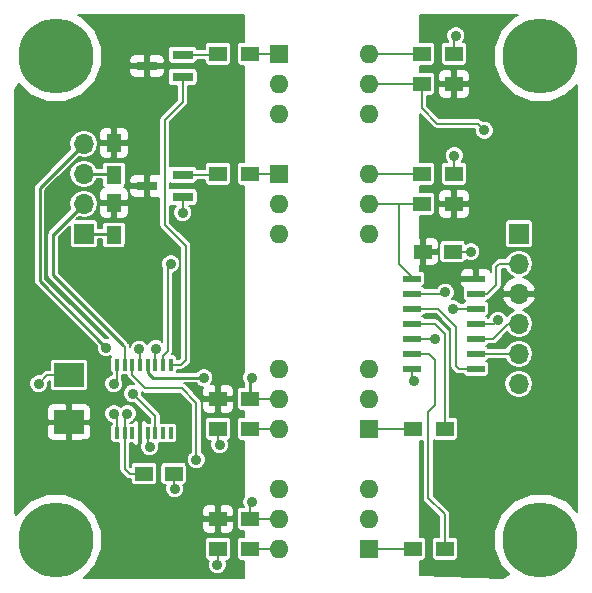
<source format=gbr>
G04 #@! TF.FileFunction,Copper,L1,Top,Signal*
%FSLAX46Y46*%
G04 Gerber Fmt 4.6, Leading zero omitted, Abs format (unit mm)*
G04 Created by KiCad (PCBNEW (after 2015-mar-04 BZR unknown)-product) date 3/8/2017 11:20:46 AM*
%MOMM*%
G01*
G04 APERTURE LIST*
%ADD10C,0.150000*%
%ADD11R,1.500000X0.600000*%
%ADD12R,1.300000X1.500000*%
%ADD13R,1.500000X1.300000*%
%ADD14C,6.350000*%
%ADD15R,2.500000X2.000000*%
%ADD16R,1.500000X1.250000*%
%ADD17R,1.700000X1.700000*%
%ADD18O,1.700000X1.700000*%
%ADD19R,0.400000X1.000000*%
%ADD20R,1.600000X1.600000*%
%ADD21O,1.600000X1.600000*%
%ADD22R,1.800860X0.800100*%
%ADD23C,0.889000*%
%ADD24C,0.203200*%
%ADD25C,0.254000*%
G04 APERTURE END LIST*
D10*
D11*
X34130000Y-22860000D03*
X34130000Y-24130000D03*
X34130000Y-25400000D03*
X34130000Y-26670000D03*
X34130000Y-27940000D03*
X34130000Y-29210000D03*
X34130000Y-30480000D03*
X39530000Y-30480000D03*
X39530000Y-29210000D03*
X39530000Y-27940000D03*
X39530000Y-26670000D03*
X39530000Y-25400000D03*
X39530000Y-24130000D03*
X39530000Y-22860000D03*
D12*
X8890000Y-16430000D03*
X8890000Y-19130000D03*
D13*
X34210000Y-45720000D03*
X36910000Y-45720000D03*
D12*
X8890000Y-11350000D03*
X8890000Y-14050000D03*
D13*
X17700000Y-43180000D03*
X20400000Y-43180000D03*
X34210000Y-35560000D03*
X36910000Y-35560000D03*
X17700000Y-13970000D03*
X20400000Y-13970000D03*
X17700000Y-33020000D03*
X20400000Y-33020000D03*
X37672000Y-16510000D03*
X34972000Y-16510000D03*
D14*
X4000000Y-4000000D03*
X45000000Y-4000000D03*
X4000000Y-45000000D03*
X45000000Y-45000000D03*
D13*
X17700000Y-45720000D03*
X20400000Y-45720000D03*
X37672000Y-13970000D03*
X34972000Y-13970000D03*
X17700000Y-3810000D03*
X20400000Y-3810000D03*
X37672000Y-6350000D03*
X34972000Y-6350000D03*
X17700000Y-35560000D03*
X20400000Y-35560000D03*
X37672000Y-3810000D03*
X34972000Y-3810000D03*
D15*
X5080000Y-35020000D03*
X5080000Y-31020000D03*
D16*
X11450000Y-39370000D03*
X13950000Y-39370000D03*
D17*
X43180000Y-19050000D03*
D18*
X43180000Y-21590000D03*
X43180000Y-24130000D03*
X43180000Y-26670000D03*
X43180000Y-29210000D03*
X43180000Y-31750000D03*
D17*
X6350000Y-19050000D03*
D18*
X6350000Y-16510000D03*
X6350000Y-13970000D03*
X6350000Y-11430000D03*
D19*
X13705000Y-30120000D03*
X13055000Y-30120000D03*
X12405000Y-30120000D03*
X11755000Y-30120000D03*
X11105000Y-30120000D03*
X10455000Y-30120000D03*
X9805000Y-30120000D03*
X9155000Y-30120000D03*
X9155000Y-35920000D03*
X9805000Y-35920000D03*
X10455000Y-35920000D03*
X11105000Y-35920000D03*
X11755000Y-35920000D03*
X12405000Y-35920000D03*
X13055000Y-35920000D03*
X13705000Y-35920000D03*
D20*
X30480000Y-35560000D03*
D21*
X22860000Y-30480000D03*
X30480000Y-33020000D03*
X22860000Y-33020000D03*
X30480000Y-30480000D03*
X22860000Y-35560000D03*
D20*
X22860000Y-3810000D03*
D21*
X30480000Y-8890000D03*
X22860000Y-6350000D03*
X30480000Y-6350000D03*
X22860000Y-8890000D03*
X30480000Y-3810000D03*
D20*
X30480000Y-45720000D03*
D21*
X22860000Y-40640000D03*
X30480000Y-43180000D03*
X22860000Y-43180000D03*
X30480000Y-40640000D03*
X22860000Y-45720000D03*
D20*
X22860000Y-13970000D03*
D21*
X30480000Y-19050000D03*
X22860000Y-16510000D03*
X30480000Y-16510000D03*
X22860000Y-19050000D03*
X30480000Y-13970000D03*
D22*
X14709140Y-15936000D03*
X14709140Y-14036000D03*
X11706860Y-14986000D03*
X14709140Y-5776000D03*
X14709140Y-3876000D03*
X11706860Y-4826000D03*
D16*
X35072000Y-20574000D03*
X37572000Y-20574000D03*
D23*
X6350000Y-36830000D03*
X17843500Y-36893500D03*
X14033500Y-40640000D03*
X17653000Y-47053500D03*
X11049000Y-28829000D03*
X2540000Y-31750000D03*
X11938000Y-37084000D03*
X12446000Y-28765500D03*
X10033000Y-34290000D03*
X8890000Y-34290000D03*
X8890000Y-31750000D03*
X10477500Y-32575500D03*
X8255000Y-28702000D03*
X14732000Y-17272000D03*
X13716000Y-21590000D03*
X16510000Y-31242000D03*
X20574000Y-31242000D03*
X40259000Y-10287000D03*
X41402000Y-26352500D03*
X15875000Y-38163500D03*
X20574000Y-41783000D03*
X39116000Y-20574000D03*
X34290000Y-31496000D03*
X37846000Y-2286000D03*
X37719000Y-12446000D03*
X36068000Y-27940000D03*
X37592000Y-25400000D03*
X36957000Y-24003000D03*
D24*
X34972000Y-13970000D02*
X30480000Y-13970000D01*
X17700000Y-35560000D02*
X17700000Y-36750000D01*
X17700000Y-36750000D02*
X17843500Y-36893500D01*
X13950000Y-39370000D02*
X13950000Y-40556500D01*
X13950000Y-40556500D02*
X14033500Y-40640000D01*
X17700000Y-45720000D02*
X17700000Y-47006500D01*
X17700000Y-47006500D02*
X17653000Y-47053500D01*
X11105000Y-30120000D02*
X11105000Y-28885000D01*
X11105000Y-28885000D02*
X11049000Y-28829000D01*
X5080000Y-31020000D02*
X3270000Y-31020000D01*
X3270000Y-31020000D02*
X2540000Y-31750000D01*
X11755000Y-36901000D02*
X11938000Y-37084000D01*
X11755000Y-35920000D02*
X11755000Y-36901000D01*
X9805000Y-35920000D02*
X9805000Y-34518000D01*
X12405000Y-28806500D02*
X12405000Y-30120000D01*
X12446000Y-28765500D02*
X12405000Y-28806500D01*
X9805000Y-34518000D02*
X10033000Y-34290000D01*
X9805000Y-35920000D02*
X9805000Y-38951500D01*
X10223500Y-39370000D02*
X11450000Y-39370000D01*
X9805000Y-38951500D02*
X10223500Y-39370000D01*
X9155000Y-34555000D02*
X9155000Y-35920000D01*
X8890000Y-34290000D02*
X9155000Y-34555000D01*
X9155000Y-31485000D02*
X9155000Y-30120000D01*
X8890000Y-31750000D02*
X9155000Y-31485000D01*
X8810000Y-19050000D02*
X8890000Y-19130000D01*
D25*
X8810000Y-19050000D02*
X8890000Y-19130000D01*
X6350000Y-19050000D02*
X8810000Y-19050000D01*
D24*
X3746500Y-19113500D02*
X6350000Y-16510000D01*
X9805000Y-30120000D02*
X9805000Y-28601000D01*
X9805000Y-28601000D02*
X9652000Y-28448000D01*
D25*
X3746500Y-19113500D02*
X6350000Y-16510000D01*
X3746500Y-22542500D02*
X3746500Y-19113500D01*
X9652000Y-28448000D02*
X3746500Y-22542500D01*
D24*
X8810000Y-13970000D02*
X8890000Y-14050000D01*
D25*
X8810000Y-13970000D02*
X8890000Y-14050000D01*
X6350000Y-13970000D02*
X8810000Y-13970000D01*
D24*
X12405000Y-34503000D02*
X12405000Y-35920000D01*
X10477500Y-32575500D02*
X12405000Y-34503000D01*
D25*
X2603500Y-23050500D02*
X8255000Y-28702000D01*
X2603500Y-15176500D02*
X2603500Y-23050500D01*
X6350000Y-11430000D02*
X2603500Y-15176500D01*
D24*
X14986000Y-20066000D02*
X13208000Y-18288000D01*
X14709140Y-5776000D02*
X14709140Y-7896860D01*
X14709140Y-7896860D02*
X13208000Y-9398000D01*
X13705000Y-30120000D02*
X14584000Y-30120000D01*
X14986000Y-29718000D02*
X14986000Y-20066000D01*
X14584000Y-30120000D02*
X14986000Y-29718000D01*
X13208000Y-18288000D02*
X13208000Y-9398000D01*
X13055000Y-30120000D02*
X13055000Y-29363000D01*
X14709140Y-17249140D02*
X14709140Y-15936000D01*
X14732000Y-17272000D02*
X14709140Y-17249140D01*
X13462000Y-21844000D02*
X13716000Y-21590000D01*
X13462000Y-28956000D02*
X13462000Y-21844000D01*
X13055000Y-29363000D02*
X13462000Y-28956000D01*
X34130000Y-26670000D02*
X36068000Y-26670000D01*
X36068000Y-26670000D02*
X36910000Y-27512000D01*
X36910000Y-27512000D02*
X36910000Y-35560000D01*
X20400000Y-31416000D02*
X20574000Y-31242000D01*
X20510500Y-32909500D02*
X20400000Y-33020000D01*
X22860000Y-33020000D02*
X20400000Y-33020000D01*
D25*
X20400000Y-31416000D02*
X20574000Y-31242000D01*
X20400000Y-33020000D02*
X20400000Y-31416000D01*
X11755000Y-30805000D02*
X12192000Y-31242000D01*
X16510000Y-31242000D02*
X12192000Y-31242000D01*
X11755000Y-30120000D02*
X11755000Y-30805000D01*
D24*
X39530000Y-26670000D02*
X41084500Y-26670000D01*
X34972000Y-8429000D02*
X34972000Y-6350000D01*
X36258500Y-9715500D02*
X34972000Y-8429000D01*
X39687500Y-9715500D02*
X36258500Y-9715500D01*
X40259000Y-10287000D02*
X39687500Y-9715500D01*
X41084500Y-26670000D02*
X41402000Y-26352500D01*
X34972000Y-6350000D02*
X30480000Y-6350000D01*
X22860000Y-45720000D02*
X20400000Y-45720000D01*
X34130000Y-29210000D02*
X35560000Y-29210000D01*
X36068000Y-33528000D02*
X35496500Y-34099500D01*
X36068000Y-29718000D02*
X36068000Y-33528000D01*
X35560000Y-29210000D02*
X36068000Y-29718000D01*
X36910000Y-45720000D02*
X36910000Y-42815500D01*
X35496500Y-41402000D02*
X35496500Y-34099500D01*
X36910000Y-42815500D02*
X35496500Y-41402000D01*
X20400000Y-43180000D02*
X20400000Y-41957000D01*
X20400000Y-41957000D02*
X20574000Y-41783000D01*
X10455000Y-30120000D02*
X10455000Y-31029000D01*
X10455000Y-31029000D02*
X11557000Y-32131000D01*
X11557000Y-32131000D02*
X14668500Y-32131000D01*
X14668500Y-32131000D02*
X15875000Y-33337500D01*
X15875000Y-33337500D02*
X15875000Y-38163500D01*
X20400000Y-43180000D02*
X22860000Y-43180000D01*
X34130000Y-22860000D02*
X34130000Y-22700000D01*
X34130000Y-22700000D02*
X33020000Y-21590000D01*
X33020000Y-21590000D02*
X33020000Y-16510000D01*
X34972000Y-16510000D02*
X33020000Y-16510000D01*
X33020000Y-16510000D02*
X30480000Y-16510000D01*
X37572000Y-20574000D02*
X39116000Y-20574000D01*
X34130000Y-30480000D02*
X34130000Y-31336000D01*
X34130000Y-31336000D02*
X34290000Y-31496000D01*
X37672000Y-3810000D02*
X37672000Y-2460000D01*
X37672000Y-2460000D02*
X37846000Y-2286000D01*
X37672000Y-13970000D02*
X37672000Y-12493000D01*
X37672000Y-12493000D02*
X37719000Y-12446000D01*
X34130000Y-25400000D02*
X36322000Y-25400000D01*
X37846000Y-26924000D02*
X37846000Y-30226000D01*
X36322000Y-25400000D02*
X37846000Y-26924000D01*
X39530000Y-30480000D02*
X38100000Y-30480000D01*
X38100000Y-30480000D02*
X37846000Y-30226000D01*
X39530000Y-25400000D02*
X37592000Y-25400000D01*
X36068000Y-27940000D02*
X34130000Y-27940000D01*
X39530000Y-24130000D02*
X40513000Y-24130000D01*
X41529000Y-21590000D02*
X43180000Y-21590000D01*
X41275000Y-21844000D02*
X41529000Y-21590000D01*
X41275000Y-23368000D02*
X41275000Y-21844000D01*
X40513000Y-24130000D02*
X41275000Y-23368000D01*
X39530000Y-27940000D02*
X41021000Y-27940000D01*
X42291000Y-26670000D02*
X43180000Y-26670000D01*
X41021000Y-27940000D02*
X42291000Y-26670000D01*
X39530000Y-29210000D02*
X43180000Y-29210000D01*
X34130000Y-24130000D02*
X36830000Y-24130000D01*
X36830000Y-24130000D02*
X36957000Y-24003000D01*
X14709140Y-3876000D02*
X17634000Y-3876000D01*
X17634000Y-3876000D02*
X17700000Y-3810000D01*
X14709140Y-14036000D02*
X17634000Y-14036000D01*
X17634000Y-14036000D02*
X17700000Y-13970000D01*
X22860000Y-3810000D02*
X20400000Y-3810000D01*
X22860000Y-13970000D02*
X20400000Y-13970000D01*
X20400000Y-35560000D02*
X22860000Y-35560000D01*
X34972000Y-3810000D02*
X30480000Y-3810000D01*
X34210000Y-35560000D02*
X30480000Y-35560000D01*
X34210000Y-45720000D02*
X30480000Y-45720000D01*
G36*
X19904400Y-48168400D02*
X19059600Y-48168400D01*
X19059600Y-43951257D01*
X19059600Y-43708743D01*
X19059600Y-43484800D01*
X19059600Y-42875200D01*
X19059600Y-42651257D01*
X19059600Y-42408743D01*
X19059600Y-33791257D01*
X19059600Y-33548743D01*
X19059600Y-33324800D01*
X19059600Y-32715200D01*
X19059600Y-32491257D01*
X19059600Y-32248743D01*
X18966794Y-32024689D01*
X18812567Y-31870462D01*
X18812567Y-14620000D01*
X18812567Y-13320000D01*
X18812567Y-4460000D01*
X18812567Y-3160000D01*
X18786259Y-3024411D01*
X18707977Y-2905241D01*
X18589799Y-2825469D01*
X18450000Y-2797433D01*
X16950000Y-2797433D01*
X16814411Y-2823741D01*
X16695241Y-2902023D01*
X16615469Y-3020201D01*
X16587433Y-3160000D01*
X16587433Y-3418800D01*
X15961048Y-3418800D01*
X15945829Y-3340361D01*
X15867547Y-3221191D01*
X15749369Y-3141419D01*
X15609570Y-3113383D01*
X13808710Y-3113383D01*
X13673121Y-3139691D01*
X13553951Y-3217973D01*
X13474179Y-3336151D01*
X13446143Y-3475950D01*
X13446143Y-4276050D01*
X13472451Y-4411639D01*
X13550733Y-4530809D01*
X13668911Y-4610581D01*
X13808710Y-4638617D01*
X15609570Y-4638617D01*
X15745159Y-4612309D01*
X15864329Y-4534027D01*
X15944101Y-4415849D01*
X15960675Y-4333200D01*
X16587433Y-4333200D01*
X16587433Y-4460000D01*
X16613741Y-4595589D01*
X16692023Y-4714759D01*
X16810201Y-4794531D01*
X16950000Y-4822567D01*
X18450000Y-4822567D01*
X18585589Y-4796259D01*
X18704759Y-4717977D01*
X18784531Y-4599799D01*
X18812567Y-4460000D01*
X18812567Y-13320000D01*
X18786259Y-13184411D01*
X18707977Y-13065241D01*
X18589799Y-12985469D01*
X18450000Y-12957433D01*
X16950000Y-12957433D01*
X16814411Y-12983741D01*
X16695241Y-13062023D01*
X16615469Y-13180201D01*
X16587433Y-13320000D01*
X16587433Y-13578800D01*
X15961048Y-13578800D01*
X15945829Y-13500361D01*
X15867547Y-13381191D01*
X15749369Y-13301419D01*
X15609570Y-13273383D01*
X13808710Y-13273383D01*
X13673121Y-13299691D01*
X13665200Y-13304894D01*
X13665200Y-9587378D01*
X15032429Y-8220149D01*
X15032430Y-8220149D01*
X15131538Y-8071823D01*
X15166340Y-7896860D01*
X15166340Y-6538617D01*
X15609570Y-6538617D01*
X15745159Y-6512309D01*
X15864329Y-6434027D01*
X15944101Y-6315849D01*
X15972137Y-6176050D01*
X15972137Y-5375950D01*
X15945829Y-5240361D01*
X15867547Y-5121191D01*
X15749369Y-5041419D01*
X15609570Y-5013383D01*
X13808710Y-5013383D01*
X13673121Y-5039691D01*
X13553951Y-5117973D01*
X13474179Y-5236151D01*
X13446143Y-5375950D01*
X13446143Y-6176050D01*
X13472451Y-6311639D01*
X13550733Y-6430809D01*
X13668911Y-6510581D01*
X13808710Y-6538617D01*
X14251940Y-6538617D01*
X14251940Y-7707481D01*
X13216890Y-8742531D01*
X13216890Y-5347307D01*
X13216890Y-5130800D01*
X13216890Y-4521200D01*
X13216890Y-4304693D01*
X13124084Y-4080639D01*
X12952601Y-3909156D01*
X12728547Y-3816350D01*
X12486033Y-3816350D01*
X12011660Y-3816350D01*
X11859260Y-3968750D01*
X11859260Y-4673600D01*
X13064490Y-4673600D01*
X13216890Y-4521200D01*
X13216890Y-5130800D01*
X13064490Y-4978400D01*
X11859260Y-4978400D01*
X11859260Y-5683250D01*
X12011660Y-5835650D01*
X12486033Y-5835650D01*
X12728547Y-5835650D01*
X12952601Y-5742844D01*
X13124084Y-5571361D01*
X13216890Y-5347307D01*
X13216890Y-8742531D01*
X12884711Y-9074711D01*
X12785602Y-9223037D01*
X12750800Y-9398000D01*
X12750800Y-13985567D01*
X12728547Y-13976350D01*
X12486033Y-13976350D01*
X12011660Y-13976350D01*
X11859260Y-14128750D01*
X11859260Y-14833600D01*
X11879260Y-14833600D01*
X11879260Y-15138400D01*
X11859260Y-15138400D01*
X11859260Y-15843250D01*
X12011660Y-15995650D01*
X12486033Y-15995650D01*
X12728547Y-15995650D01*
X12750800Y-15986432D01*
X12750800Y-18288000D01*
X12785602Y-18462963D01*
X12884711Y-18611289D01*
X14528800Y-20255378D01*
X14528800Y-29528622D01*
X14394622Y-29662800D01*
X14267567Y-29662800D01*
X14267567Y-29620000D01*
X14241259Y-29484411D01*
X14162977Y-29365241D01*
X14044799Y-29285469D01*
X13905000Y-29257433D01*
X13799892Y-29257433D01*
X13884398Y-29130963D01*
X13919200Y-28956000D01*
X13919200Y-22371749D01*
X14168628Y-22268687D01*
X14393896Y-22043812D01*
X14515961Y-21749848D01*
X14516239Y-21431548D01*
X14394687Y-21137372D01*
X14169812Y-20912104D01*
X13875848Y-20790039D01*
X13557548Y-20789761D01*
X13263372Y-20911313D01*
X13038104Y-21136188D01*
X12916039Y-21430152D01*
X12915761Y-21748452D01*
X13004800Y-21963941D01*
X13004800Y-28192775D01*
X12899812Y-28087604D01*
X12605848Y-27965539D01*
X12287548Y-27965261D01*
X11993372Y-28086813D01*
X11768104Y-28311688D01*
X11734449Y-28392737D01*
X11727687Y-28376372D01*
X11554460Y-28202842D01*
X11554460Y-15843250D01*
X11554460Y-15138400D01*
X11554460Y-14833600D01*
X11554460Y-14128750D01*
X11554460Y-5683250D01*
X11554460Y-4978400D01*
X11554460Y-4673600D01*
X11554460Y-3968750D01*
X11402060Y-3816350D01*
X10927687Y-3816350D01*
X10685173Y-3816350D01*
X10461119Y-3909156D01*
X10289636Y-4080639D01*
X10196830Y-4304693D01*
X10196830Y-4521200D01*
X10349230Y-4673600D01*
X11554460Y-4673600D01*
X11554460Y-4978400D01*
X10349230Y-4978400D01*
X10196830Y-5130800D01*
X10196830Y-5347307D01*
X10289636Y-5571361D01*
X10461119Y-5742844D01*
X10685173Y-5835650D01*
X10927687Y-5835650D01*
X11402060Y-5835650D01*
X11554460Y-5683250D01*
X11554460Y-14128750D01*
X11402060Y-13976350D01*
X10927687Y-13976350D01*
X10685173Y-13976350D01*
X10461119Y-14069156D01*
X10289636Y-14240639D01*
X10196830Y-14464693D01*
X10196830Y-14681200D01*
X10349230Y-14833600D01*
X11554460Y-14833600D01*
X11554460Y-15138400D01*
X10349230Y-15138400D01*
X10196830Y-15290800D01*
X10196830Y-15507307D01*
X10289636Y-15731361D01*
X10461119Y-15902844D01*
X10685173Y-15995650D01*
X10927687Y-15995650D01*
X11402060Y-15995650D01*
X11554460Y-15843250D01*
X11554460Y-28202842D01*
X11502812Y-28151104D01*
X11208848Y-28029039D01*
X10890548Y-28028761D01*
X10596372Y-28150313D01*
X10371104Y-28375188D01*
X10262200Y-28637456D01*
X10262200Y-28601000D01*
X10227398Y-28426037D01*
X10149600Y-28309604D01*
X10149600Y-17301257D01*
X10149600Y-16734800D01*
X10149600Y-16125200D01*
X10149600Y-15558743D01*
X10149600Y-12221257D01*
X10149600Y-11654800D01*
X10149600Y-11045200D01*
X10149600Y-10478743D01*
X10056794Y-10254689D01*
X9885311Y-10083206D01*
X9661257Y-9990400D01*
X9418743Y-9990400D01*
X9194800Y-9990400D01*
X9042400Y-10142800D01*
X9042400Y-11197600D01*
X9997200Y-11197600D01*
X10149600Y-11045200D01*
X10149600Y-11654800D01*
X9997200Y-11502400D01*
X9042400Y-11502400D01*
X9042400Y-12557200D01*
X9194800Y-12709600D01*
X9418743Y-12709600D01*
X9661257Y-12709600D01*
X9885311Y-12616794D01*
X10056794Y-12445311D01*
X10149600Y-12221257D01*
X10149600Y-15558743D01*
X10056794Y-15334689D01*
X9885311Y-15163206D01*
X9731533Y-15099509D01*
X9794759Y-15057977D01*
X9874531Y-14939799D01*
X9902567Y-14800000D01*
X9902567Y-13300000D01*
X9876259Y-13164411D01*
X9797977Y-13045241D01*
X9679799Y-12965469D01*
X9540000Y-12937433D01*
X8737600Y-12937433D01*
X8737600Y-12557200D01*
X8737600Y-11502400D01*
X8737600Y-11197600D01*
X8737600Y-10142800D01*
X8585200Y-9990400D01*
X8361257Y-9990400D01*
X8118743Y-9990400D01*
X7894689Y-10083206D01*
X7723206Y-10254689D01*
X7630400Y-10478743D01*
X7630400Y-11045200D01*
X7782800Y-11197600D01*
X8737600Y-11197600D01*
X8737600Y-11502400D01*
X7782800Y-11502400D01*
X7630400Y-11654800D01*
X7630400Y-12221257D01*
X7723206Y-12445311D01*
X7894689Y-12616794D01*
X8118743Y-12709600D01*
X8361257Y-12709600D01*
X8585200Y-12709600D01*
X8737600Y-12557200D01*
X8737600Y-12937433D01*
X8240000Y-12937433D01*
X8104411Y-12963741D01*
X7985241Y-13042023D01*
X7905469Y-13160201D01*
X7877433Y-13300000D01*
X7877433Y-13487400D01*
X7473257Y-13487400D01*
X7226107Y-13117512D01*
X6834982Y-12856171D01*
X6373619Y-12764400D01*
X6326381Y-12764400D01*
X5865018Y-12856171D01*
X5473893Y-13117512D01*
X5212552Y-13508637D01*
X5120781Y-13970000D01*
X5212552Y-14431363D01*
X5473893Y-14822488D01*
X5865018Y-15083829D01*
X6326381Y-15175600D01*
X6373619Y-15175600D01*
X6834982Y-15083829D01*
X7226107Y-14822488D01*
X7473257Y-14452600D01*
X7877433Y-14452600D01*
X7877433Y-14800000D01*
X7903741Y-14935589D01*
X7982023Y-15054759D01*
X8048374Y-15099547D01*
X7894689Y-15163206D01*
X7723206Y-15334689D01*
X7630400Y-15558743D01*
X7630400Y-16125200D01*
X7782800Y-16277600D01*
X8737600Y-16277600D01*
X8737600Y-16257600D01*
X9042400Y-16257600D01*
X9042400Y-16277600D01*
X9997200Y-16277600D01*
X10149600Y-16125200D01*
X10149600Y-16734800D01*
X9997200Y-16582400D01*
X9042400Y-16582400D01*
X9042400Y-17637200D01*
X9194800Y-17789600D01*
X9418743Y-17789600D01*
X9661257Y-17789600D01*
X9885311Y-17696794D01*
X10056794Y-17525311D01*
X10149600Y-17301257D01*
X10149600Y-28309604D01*
X10128289Y-28277711D01*
X10065583Y-28215005D01*
X9993250Y-28106750D01*
X4229100Y-22342600D01*
X4229100Y-19313400D01*
X5137433Y-18405067D01*
X5137433Y-19900000D01*
X5163741Y-20035589D01*
X5242023Y-20154759D01*
X5360201Y-20234531D01*
X5500000Y-20262567D01*
X7200000Y-20262567D01*
X7335589Y-20236259D01*
X7454759Y-20157977D01*
X7534531Y-20039799D01*
X7562567Y-19900000D01*
X7562567Y-19532600D01*
X7877433Y-19532600D01*
X7877433Y-19880000D01*
X7903741Y-20015589D01*
X7982023Y-20134759D01*
X8100201Y-20214531D01*
X8240000Y-20242567D01*
X9540000Y-20242567D01*
X9675589Y-20216259D01*
X9794759Y-20137977D01*
X9874531Y-20019799D01*
X9902567Y-19880000D01*
X9902567Y-18380000D01*
X9876259Y-18244411D01*
X9797977Y-18125241D01*
X9679799Y-18045469D01*
X9540000Y-18017433D01*
X8737600Y-18017433D01*
X8737600Y-17637200D01*
X8737600Y-16582400D01*
X7782800Y-16582400D01*
X7630400Y-16734800D01*
X7630400Y-17301257D01*
X7723206Y-17525311D01*
X7894689Y-17696794D01*
X8118743Y-17789600D01*
X8361257Y-17789600D01*
X8585200Y-17789600D01*
X8737600Y-17637200D01*
X8737600Y-18017433D01*
X8240000Y-18017433D01*
X8104411Y-18043741D01*
X7985241Y-18122023D01*
X7905469Y-18240201D01*
X7877433Y-18380000D01*
X7877433Y-18567400D01*
X7562567Y-18567400D01*
X7562567Y-18200000D01*
X7536259Y-18064411D01*
X7457977Y-17945241D01*
X7339799Y-17865469D01*
X7200000Y-17837433D01*
X5705067Y-17837433D01*
X5909769Y-17632730D01*
X6326381Y-17715600D01*
X6373619Y-17715600D01*
X6834982Y-17623829D01*
X7226107Y-17362488D01*
X7487448Y-16971363D01*
X7579219Y-16510000D01*
X7487448Y-16048637D01*
X7226107Y-15657512D01*
X6834982Y-15396171D01*
X6373619Y-15304400D01*
X6326381Y-15304400D01*
X5865018Y-15396171D01*
X5473893Y-15657512D01*
X5212552Y-16048637D01*
X5120781Y-16510000D01*
X5211487Y-16966012D01*
X3405250Y-18772250D01*
X3300636Y-18928817D01*
X3263900Y-19113500D01*
X3263900Y-22542500D01*
X3300636Y-22727183D01*
X3405250Y-22883750D01*
X8429710Y-27908210D01*
X8414848Y-27902039D01*
X8137296Y-27901796D01*
X3086100Y-22850600D01*
X3086100Y-15376400D01*
X5909769Y-12552730D01*
X6326381Y-12635600D01*
X6373619Y-12635600D01*
X6834982Y-12543829D01*
X7226107Y-12282488D01*
X7487448Y-11891363D01*
X7579219Y-11430000D01*
X7487448Y-10968637D01*
X7226107Y-10577512D01*
X6834982Y-10316171D01*
X6373619Y-10224400D01*
X6326381Y-10224400D01*
X5865018Y-10316171D01*
X5473893Y-10577512D01*
X5212552Y-10968637D01*
X5120781Y-11430000D01*
X5211487Y-11886012D01*
X2262250Y-14835250D01*
X2157636Y-14991817D01*
X2120900Y-15176500D01*
X2120900Y-23050500D01*
X2157636Y-23235183D01*
X2262250Y-23391750D01*
X7455002Y-28584502D01*
X7454761Y-28860452D01*
X7576313Y-29154628D01*
X7801188Y-29379896D01*
X8095152Y-29501961D01*
X8413452Y-29502239D01*
X8679912Y-29392139D01*
X8620469Y-29480201D01*
X8592433Y-29620000D01*
X8592433Y-30620000D01*
X8618741Y-30755589D01*
X8697023Y-30874759D01*
X8697800Y-30875283D01*
X8697800Y-30963705D01*
X8437372Y-31071313D01*
X8212104Y-31296188D01*
X8090039Y-31590152D01*
X8089761Y-31908452D01*
X8211313Y-32202628D01*
X8436188Y-32427896D01*
X8730152Y-32549961D01*
X9048452Y-32550239D01*
X9342628Y-32428687D01*
X9567896Y-32203812D01*
X9689961Y-31909848D01*
X9690239Y-31591548D01*
X9612200Y-31402680D01*
X9612200Y-30982567D01*
X9997800Y-30982567D01*
X9997800Y-31029000D01*
X10032602Y-31203963D01*
X10131711Y-31352289D01*
X10554888Y-31775466D01*
X10319048Y-31775261D01*
X10024872Y-31896813D01*
X9799604Y-32121688D01*
X9677539Y-32415652D01*
X9677261Y-32733952D01*
X9798813Y-33028128D01*
X10023688Y-33253396D01*
X10317652Y-33375461D01*
X10631156Y-33375734D01*
X11947800Y-34692378D01*
X11947800Y-35057433D01*
X11804538Y-35057433D01*
X11650311Y-34903206D01*
X11426257Y-34810400D01*
X11357400Y-34810400D01*
X11205000Y-34962800D01*
X11205000Y-35357335D01*
X11192433Y-35420000D01*
X11192433Y-36420000D01*
X11205000Y-36484769D01*
X11205000Y-36762892D01*
X11138039Y-36924152D01*
X11137761Y-37242452D01*
X11259313Y-37536628D01*
X11484188Y-37761896D01*
X11778152Y-37883961D01*
X12096452Y-37884239D01*
X12390628Y-37762687D01*
X12615896Y-37537812D01*
X12737961Y-37243848D01*
X12738239Y-36925548D01*
X12673655Y-36769245D01*
X12732064Y-36757912D01*
X12855000Y-36782567D01*
X13255000Y-36782567D01*
X13382064Y-36757912D01*
X13505000Y-36782567D01*
X13905000Y-36782567D01*
X14040589Y-36756259D01*
X14159759Y-36677977D01*
X14239531Y-36559799D01*
X14267567Y-36420000D01*
X14267567Y-35420000D01*
X14241259Y-35284411D01*
X14162977Y-35165241D01*
X14044799Y-35085469D01*
X13905000Y-35057433D01*
X13505000Y-35057433D01*
X13377935Y-35082087D01*
X13255000Y-35057433D01*
X12862200Y-35057433D01*
X12862200Y-34503000D01*
X12827398Y-34328037D01*
X12728289Y-34179711D01*
X11277466Y-32728888D01*
X11277680Y-32483668D01*
X11382037Y-32553398D01*
X11557000Y-32588200D01*
X14479122Y-32588200D01*
X15417800Y-33526878D01*
X15417800Y-37489377D01*
X15197104Y-37709688D01*
X15075039Y-38003652D01*
X15074761Y-38321952D01*
X15196313Y-38616128D01*
X15421188Y-38841396D01*
X15715152Y-38963461D01*
X16033452Y-38963739D01*
X16327628Y-38842187D01*
X16552896Y-38617312D01*
X16674961Y-38323348D01*
X16675239Y-38005048D01*
X16553687Y-37710872D01*
X16332200Y-37488997D01*
X16332200Y-33337500D01*
X16297398Y-33162537D01*
X16198289Y-33014211D01*
X14991789Y-31807711D01*
X14867405Y-31724600D01*
X15861232Y-31724600D01*
X16056188Y-31919896D01*
X16350152Y-32041961D01*
X16426024Y-32042027D01*
X16340400Y-32248743D01*
X16340400Y-32491257D01*
X16340400Y-32715200D01*
X16492800Y-32867600D01*
X17547600Y-32867600D01*
X17547600Y-31912800D01*
X17395200Y-31760400D01*
X17123195Y-31760400D01*
X17187896Y-31695812D01*
X17309961Y-31401848D01*
X17310239Y-31083548D01*
X17188687Y-30789372D01*
X16963812Y-30564104D01*
X16669848Y-30442039D01*
X16351548Y-30441761D01*
X16057372Y-30563313D01*
X15860942Y-30759400D01*
X14239611Y-30759400D01*
X14267567Y-30620000D01*
X14267567Y-30577200D01*
X14584000Y-30577200D01*
X14758963Y-30542398D01*
X14907289Y-30443289D01*
X15309289Y-30041289D01*
X15408398Y-29892963D01*
X15443200Y-29718000D01*
X15443200Y-20066000D01*
X15408398Y-19891037D01*
X15309289Y-19742711D01*
X13665200Y-18098622D01*
X13665200Y-16668076D01*
X13668911Y-16670581D01*
X13808710Y-16698617D01*
X14173883Y-16698617D01*
X14054104Y-16818188D01*
X13932039Y-17112152D01*
X13931761Y-17430452D01*
X14053313Y-17724628D01*
X14278188Y-17949896D01*
X14572152Y-18071961D01*
X14890452Y-18072239D01*
X15184628Y-17950687D01*
X15409896Y-17725812D01*
X15531961Y-17431848D01*
X15532239Y-17113548D01*
X15410687Y-16819372D01*
X15290142Y-16698617D01*
X15609570Y-16698617D01*
X15745159Y-16672309D01*
X15864329Y-16594027D01*
X15944101Y-16475849D01*
X15972137Y-16336050D01*
X15972137Y-15535950D01*
X15945829Y-15400361D01*
X15867547Y-15281191D01*
X15749369Y-15201419D01*
X15609570Y-15173383D01*
X13808710Y-15173383D01*
X13673121Y-15199691D01*
X13665200Y-15204894D01*
X13665200Y-14768076D01*
X13668911Y-14770581D01*
X13808710Y-14798617D01*
X15609570Y-14798617D01*
X15745159Y-14772309D01*
X15864329Y-14694027D01*
X15944101Y-14575849D01*
X15960675Y-14493200D01*
X16587433Y-14493200D01*
X16587433Y-14620000D01*
X16613741Y-14755589D01*
X16692023Y-14874759D01*
X16810201Y-14954531D01*
X16950000Y-14982567D01*
X18450000Y-14982567D01*
X18585589Y-14956259D01*
X18704759Y-14877977D01*
X18784531Y-14759799D01*
X18812567Y-14620000D01*
X18812567Y-31870462D01*
X18795311Y-31853206D01*
X18571257Y-31760400D01*
X18004800Y-31760400D01*
X17852400Y-31912800D01*
X17852400Y-32867600D01*
X18907200Y-32867600D01*
X19059600Y-32715200D01*
X19059600Y-33324800D01*
X18907200Y-33172400D01*
X17852400Y-33172400D01*
X17852400Y-34127200D01*
X18004800Y-34279600D01*
X18571257Y-34279600D01*
X18795311Y-34186794D01*
X18966794Y-34015311D01*
X19059600Y-33791257D01*
X19059600Y-42408743D01*
X18966794Y-42184689D01*
X18812567Y-42030462D01*
X18812567Y-36210000D01*
X18812567Y-34910000D01*
X18786259Y-34774411D01*
X18707977Y-34655241D01*
X18589799Y-34575469D01*
X18450000Y-34547433D01*
X17547600Y-34547433D01*
X17547600Y-34127200D01*
X17547600Y-33172400D01*
X16492800Y-33172400D01*
X16340400Y-33324800D01*
X16340400Y-33548743D01*
X16340400Y-33791257D01*
X16433206Y-34015311D01*
X16604689Y-34186794D01*
X16828743Y-34279600D01*
X17395200Y-34279600D01*
X17547600Y-34127200D01*
X17547600Y-34547433D01*
X16950000Y-34547433D01*
X16814411Y-34573741D01*
X16695241Y-34652023D01*
X16615469Y-34770201D01*
X16587433Y-34910000D01*
X16587433Y-36210000D01*
X16613741Y-36345589D01*
X16692023Y-36464759D01*
X16810201Y-36544531D01*
X16950000Y-36572567D01*
X17110427Y-36572567D01*
X17043539Y-36733652D01*
X17043261Y-37051952D01*
X17164813Y-37346128D01*
X17389688Y-37571396D01*
X17683652Y-37693461D01*
X18001952Y-37693739D01*
X18296128Y-37572187D01*
X18521396Y-37347312D01*
X18643461Y-37053348D01*
X18643739Y-36735048D01*
X18567206Y-36549825D01*
X18585589Y-36546259D01*
X18704759Y-36467977D01*
X18784531Y-36349799D01*
X18812567Y-36210000D01*
X18812567Y-42030462D01*
X18795311Y-42013206D01*
X18571257Y-41920400D01*
X18004800Y-41920400D01*
X17852400Y-42072800D01*
X17852400Y-43027600D01*
X18907200Y-43027600D01*
X19059600Y-42875200D01*
X19059600Y-43484800D01*
X18907200Y-43332400D01*
X17852400Y-43332400D01*
X17852400Y-44287200D01*
X18004800Y-44439600D01*
X18571257Y-44439600D01*
X18795311Y-44346794D01*
X18966794Y-44175311D01*
X19059600Y-43951257D01*
X19059600Y-48168400D01*
X18812567Y-48168400D01*
X18812567Y-46370000D01*
X18812567Y-45070000D01*
X18786259Y-44934411D01*
X18707977Y-44815241D01*
X18589799Y-44735469D01*
X18450000Y-44707433D01*
X17547600Y-44707433D01*
X17547600Y-44287200D01*
X17547600Y-43332400D01*
X17547600Y-43027600D01*
X17547600Y-42072800D01*
X17395200Y-41920400D01*
X16828743Y-41920400D01*
X16604689Y-42013206D01*
X16433206Y-42184689D01*
X16340400Y-42408743D01*
X16340400Y-42651257D01*
X16340400Y-42875200D01*
X16492800Y-43027600D01*
X17547600Y-43027600D01*
X17547600Y-43332400D01*
X16492800Y-43332400D01*
X16340400Y-43484800D01*
X16340400Y-43708743D01*
X16340400Y-43951257D01*
X16433206Y-44175311D01*
X16604689Y-44346794D01*
X16828743Y-44439600D01*
X17395200Y-44439600D01*
X17547600Y-44287200D01*
X17547600Y-44707433D01*
X16950000Y-44707433D01*
X16814411Y-44733741D01*
X16695241Y-44812023D01*
X16615469Y-44930201D01*
X16587433Y-45070000D01*
X16587433Y-46370000D01*
X16613741Y-46505589D01*
X16692023Y-46624759D01*
X16810201Y-46704531D01*
X16922239Y-46726999D01*
X16853039Y-46893652D01*
X16852761Y-47211952D01*
X16974313Y-47506128D01*
X17199188Y-47731396D01*
X17493152Y-47853461D01*
X17811452Y-47853739D01*
X18105628Y-47732187D01*
X18330896Y-47507312D01*
X18452961Y-47213348D01*
X18453239Y-46895048D01*
X18386102Y-46732567D01*
X18450000Y-46732567D01*
X18585589Y-46706259D01*
X18704759Y-46627977D01*
X18784531Y-46509799D01*
X18812567Y-46370000D01*
X18812567Y-48168400D01*
X15062567Y-48168400D01*
X15062567Y-39995000D01*
X15062567Y-38745000D01*
X15036259Y-38609411D01*
X14957977Y-38490241D01*
X14839799Y-38410469D01*
X14700000Y-38382433D01*
X13200000Y-38382433D01*
X13064411Y-38408741D01*
X12945241Y-38487023D01*
X12865469Y-38605201D01*
X12837433Y-38745000D01*
X12837433Y-39995000D01*
X12863741Y-40130589D01*
X12942023Y-40249759D01*
X13060201Y-40329531D01*
X13200000Y-40357567D01*
X13284440Y-40357567D01*
X13233539Y-40480152D01*
X13233261Y-40798452D01*
X13354813Y-41092628D01*
X13579688Y-41317896D01*
X13873652Y-41439961D01*
X14191952Y-41440239D01*
X14486128Y-41318687D01*
X14711396Y-41093812D01*
X14833461Y-40799848D01*
X14833739Y-40481548D01*
X14776386Y-40342745D01*
X14835589Y-40331259D01*
X14954759Y-40252977D01*
X15034531Y-40134799D01*
X15062567Y-39995000D01*
X15062567Y-48168400D01*
X12562567Y-48168400D01*
X12562567Y-39995000D01*
X12562567Y-38745000D01*
X12536259Y-38609411D01*
X12457977Y-38490241D01*
X12339799Y-38410469D01*
X12200000Y-38382433D01*
X10700000Y-38382433D01*
X10564411Y-38408741D01*
X10445241Y-38487023D01*
X10365469Y-38605201D01*
X10337433Y-38745000D01*
X10337433Y-38837355D01*
X10262200Y-38762122D01*
X10262200Y-36782567D01*
X10405462Y-36782567D01*
X10559689Y-36936794D01*
X10783743Y-37029600D01*
X10852600Y-37029600D01*
X11005000Y-36877200D01*
X11005000Y-36482664D01*
X11017567Y-36420000D01*
X11017567Y-35420000D01*
X11005000Y-35355230D01*
X11005000Y-34962800D01*
X10852600Y-34810400D01*
X10783743Y-34810400D01*
X10559689Y-34903206D01*
X10405462Y-35057433D01*
X10270847Y-35057433D01*
X10485628Y-34968687D01*
X10710896Y-34743812D01*
X10832961Y-34449848D01*
X10833239Y-34131548D01*
X10711687Y-33837372D01*
X10486812Y-33612104D01*
X10192848Y-33490039D01*
X9874548Y-33489761D01*
X9580372Y-33611313D01*
X9461489Y-33729987D01*
X9343812Y-33612104D01*
X9049848Y-33490039D01*
X8731548Y-33489761D01*
X8437372Y-33611313D01*
X8212104Y-33836188D01*
X8090039Y-34130152D01*
X8089761Y-34448452D01*
X8211313Y-34742628D01*
X8436188Y-34967896D01*
X8697800Y-35076527D01*
X8697800Y-35165639D01*
X8620469Y-35280201D01*
X8592433Y-35420000D01*
X8592433Y-36420000D01*
X8618741Y-36555589D01*
X8697023Y-36674759D01*
X8815201Y-36754531D01*
X8955000Y-36782567D01*
X9347800Y-36782567D01*
X9347800Y-38951500D01*
X9382602Y-39126463D01*
X9481711Y-39274789D01*
X9900211Y-39693289D01*
X10048537Y-39792398D01*
X10223500Y-39827200D01*
X10337433Y-39827200D01*
X10337433Y-39995000D01*
X10363741Y-40130589D01*
X10442023Y-40249759D01*
X10560201Y-40329531D01*
X10700000Y-40357567D01*
X12200000Y-40357567D01*
X12335589Y-40331259D01*
X12454759Y-40252977D01*
X12534531Y-40134799D01*
X12562567Y-39995000D01*
X12562567Y-48168400D01*
X6362737Y-48168400D01*
X7314160Y-47218637D01*
X7910920Y-45781479D01*
X7912278Y-44225348D01*
X7318027Y-42787151D01*
X6939600Y-42408062D01*
X6939600Y-36141257D01*
X6939600Y-35324800D01*
X6939600Y-34715200D01*
X6939600Y-33898743D01*
X6846794Y-33674689D01*
X6692567Y-33520462D01*
X6692567Y-32020000D01*
X6692567Y-30020000D01*
X6666259Y-29884411D01*
X6587977Y-29765241D01*
X6469799Y-29685469D01*
X6330000Y-29657433D01*
X3830000Y-29657433D01*
X3694411Y-29683741D01*
X3575241Y-29762023D01*
X3495469Y-29880201D01*
X3467433Y-30020000D01*
X3467433Y-30562800D01*
X3270000Y-30562800D01*
X3095037Y-30597602D01*
X2946711Y-30696711D01*
X2693388Y-30950033D01*
X2381548Y-30949761D01*
X2087372Y-31071313D01*
X1862104Y-31296188D01*
X1740039Y-31590152D01*
X1739761Y-31908452D01*
X1861313Y-32202628D01*
X2086188Y-32427896D01*
X2380152Y-32549961D01*
X2698452Y-32550239D01*
X2992628Y-32428687D01*
X3217896Y-32203812D01*
X3339961Y-31909848D01*
X3340234Y-31596343D01*
X3459378Y-31477200D01*
X3467433Y-31477200D01*
X3467433Y-32020000D01*
X3493741Y-32155589D01*
X3572023Y-32274759D01*
X3690201Y-32354531D01*
X3830000Y-32382567D01*
X6330000Y-32382567D01*
X6465589Y-32356259D01*
X6584759Y-32277977D01*
X6664531Y-32159799D01*
X6692567Y-32020000D01*
X6692567Y-33520462D01*
X6675311Y-33503206D01*
X6451257Y-33410400D01*
X6208743Y-33410400D01*
X5384800Y-33410400D01*
X5232400Y-33562800D01*
X5232400Y-34867600D01*
X6787200Y-34867600D01*
X6939600Y-34715200D01*
X6939600Y-35324800D01*
X6787200Y-35172400D01*
X5232400Y-35172400D01*
X5232400Y-36477200D01*
X5384800Y-36629600D01*
X6208743Y-36629600D01*
X6451257Y-36629600D01*
X6675311Y-36536794D01*
X6846794Y-36365311D01*
X6939600Y-36141257D01*
X6939600Y-42408062D01*
X6218637Y-41685840D01*
X4927600Y-41149754D01*
X4927600Y-36477200D01*
X4927600Y-35172400D01*
X4927600Y-34867600D01*
X4927600Y-33562800D01*
X4775200Y-33410400D01*
X3951257Y-33410400D01*
X3708743Y-33410400D01*
X3484689Y-33503206D01*
X3313206Y-33674689D01*
X3220400Y-33898743D01*
X3220400Y-34715200D01*
X3372800Y-34867600D01*
X4927600Y-34867600D01*
X4927600Y-35172400D01*
X3372800Y-35172400D01*
X3220400Y-35324800D01*
X3220400Y-36141257D01*
X3313206Y-36365311D01*
X3484689Y-36536794D01*
X3708743Y-36629600D01*
X3951257Y-36629600D01*
X4775200Y-36629600D01*
X4927600Y-36477200D01*
X4927600Y-41149754D01*
X4781479Y-41089080D01*
X3225348Y-41087722D01*
X1787151Y-41681973D01*
X685840Y-42781363D01*
X640629Y-42890241D01*
X546100Y-42732691D01*
X546100Y-6904012D01*
X876778Y-6407994D01*
X1781363Y-7314160D01*
X3218521Y-7910920D01*
X4774652Y-7912278D01*
X6212849Y-7318027D01*
X7314160Y-6218637D01*
X7910920Y-4781479D01*
X7912278Y-3225348D01*
X7318027Y-1787151D01*
X6218637Y-685840D01*
X5882105Y-546100D01*
X19904400Y-546100D01*
X19904400Y-2797433D01*
X19650000Y-2797433D01*
X19514411Y-2823741D01*
X19395241Y-2902023D01*
X19315469Y-3020201D01*
X19287433Y-3160000D01*
X19287433Y-4460000D01*
X19313741Y-4595589D01*
X19392023Y-4714759D01*
X19510201Y-4794531D01*
X19650000Y-4822567D01*
X19904400Y-4822567D01*
X19904400Y-12957433D01*
X19650000Y-12957433D01*
X19514411Y-12983741D01*
X19395241Y-13062023D01*
X19315469Y-13180201D01*
X19287433Y-13320000D01*
X19287433Y-14620000D01*
X19313741Y-14755589D01*
X19392023Y-14874759D01*
X19510201Y-14954531D01*
X19650000Y-14982567D01*
X19904400Y-14982567D01*
X19904400Y-30779906D01*
X19896104Y-30788188D01*
X19774039Y-31082152D01*
X19773761Y-31400452D01*
X19895313Y-31694628D01*
X19904400Y-31703730D01*
X19904400Y-32007433D01*
X19650000Y-32007433D01*
X19514411Y-32033741D01*
X19395241Y-32112023D01*
X19315469Y-32230201D01*
X19287433Y-32370000D01*
X19287433Y-33670000D01*
X19313741Y-33805589D01*
X19392023Y-33924759D01*
X19510201Y-34004531D01*
X19650000Y-34032567D01*
X19904400Y-34032567D01*
X19904400Y-34547433D01*
X19650000Y-34547433D01*
X19514411Y-34573741D01*
X19395241Y-34652023D01*
X19315469Y-34770201D01*
X19287433Y-34910000D01*
X19287433Y-36210000D01*
X19313741Y-36345589D01*
X19392023Y-36464759D01*
X19510201Y-36544531D01*
X19650000Y-36572567D01*
X19904400Y-36572567D01*
X19904400Y-41320906D01*
X19896104Y-41329188D01*
X19774039Y-41623152D01*
X19773761Y-41941452D01*
X19867135Y-42167433D01*
X19650000Y-42167433D01*
X19514411Y-42193741D01*
X19395241Y-42272023D01*
X19315469Y-42390201D01*
X19287433Y-42530000D01*
X19287433Y-43830000D01*
X19313741Y-43965589D01*
X19392023Y-44084759D01*
X19510201Y-44164531D01*
X19650000Y-44192567D01*
X19904400Y-44192567D01*
X19904400Y-44707433D01*
X19650000Y-44707433D01*
X19514411Y-44733741D01*
X19395241Y-44812023D01*
X19315469Y-44930201D01*
X19287433Y-45070000D01*
X19287433Y-46370000D01*
X19313741Y-46505589D01*
X19392023Y-46624759D01*
X19510201Y-46704531D01*
X19650000Y-46732567D01*
X19904400Y-46732567D01*
X19904400Y-48168400D01*
X19904400Y-48168400D01*
G37*
X19904400Y-48168400D02*
X19059600Y-48168400D01*
X19059600Y-43951257D01*
X19059600Y-43708743D01*
X19059600Y-43484800D01*
X19059600Y-42875200D01*
X19059600Y-42651257D01*
X19059600Y-42408743D01*
X19059600Y-33791257D01*
X19059600Y-33548743D01*
X19059600Y-33324800D01*
X19059600Y-32715200D01*
X19059600Y-32491257D01*
X19059600Y-32248743D01*
X18966794Y-32024689D01*
X18812567Y-31870462D01*
X18812567Y-14620000D01*
X18812567Y-13320000D01*
X18812567Y-4460000D01*
X18812567Y-3160000D01*
X18786259Y-3024411D01*
X18707977Y-2905241D01*
X18589799Y-2825469D01*
X18450000Y-2797433D01*
X16950000Y-2797433D01*
X16814411Y-2823741D01*
X16695241Y-2902023D01*
X16615469Y-3020201D01*
X16587433Y-3160000D01*
X16587433Y-3418800D01*
X15961048Y-3418800D01*
X15945829Y-3340361D01*
X15867547Y-3221191D01*
X15749369Y-3141419D01*
X15609570Y-3113383D01*
X13808710Y-3113383D01*
X13673121Y-3139691D01*
X13553951Y-3217973D01*
X13474179Y-3336151D01*
X13446143Y-3475950D01*
X13446143Y-4276050D01*
X13472451Y-4411639D01*
X13550733Y-4530809D01*
X13668911Y-4610581D01*
X13808710Y-4638617D01*
X15609570Y-4638617D01*
X15745159Y-4612309D01*
X15864329Y-4534027D01*
X15944101Y-4415849D01*
X15960675Y-4333200D01*
X16587433Y-4333200D01*
X16587433Y-4460000D01*
X16613741Y-4595589D01*
X16692023Y-4714759D01*
X16810201Y-4794531D01*
X16950000Y-4822567D01*
X18450000Y-4822567D01*
X18585589Y-4796259D01*
X18704759Y-4717977D01*
X18784531Y-4599799D01*
X18812567Y-4460000D01*
X18812567Y-13320000D01*
X18786259Y-13184411D01*
X18707977Y-13065241D01*
X18589799Y-12985469D01*
X18450000Y-12957433D01*
X16950000Y-12957433D01*
X16814411Y-12983741D01*
X16695241Y-13062023D01*
X16615469Y-13180201D01*
X16587433Y-13320000D01*
X16587433Y-13578800D01*
X15961048Y-13578800D01*
X15945829Y-13500361D01*
X15867547Y-13381191D01*
X15749369Y-13301419D01*
X15609570Y-13273383D01*
X13808710Y-13273383D01*
X13673121Y-13299691D01*
X13665200Y-13304894D01*
X13665200Y-9587378D01*
X15032429Y-8220149D01*
X15032430Y-8220149D01*
X15131538Y-8071823D01*
X15166340Y-7896860D01*
X15166340Y-6538617D01*
X15609570Y-6538617D01*
X15745159Y-6512309D01*
X15864329Y-6434027D01*
X15944101Y-6315849D01*
X15972137Y-6176050D01*
X15972137Y-5375950D01*
X15945829Y-5240361D01*
X15867547Y-5121191D01*
X15749369Y-5041419D01*
X15609570Y-5013383D01*
X13808710Y-5013383D01*
X13673121Y-5039691D01*
X13553951Y-5117973D01*
X13474179Y-5236151D01*
X13446143Y-5375950D01*
X13446143Y-6176050D01*
X13472451Y-6311639D01*
X13550733Y-6430809D01*
X13668911Y-6510581D01*
X13808710Y-6538617D01*
X14251940Y-6538617D01*
X14251940Y-7707481D01*
X13216890Y-8742531D01*
X13216890Y-5347307D01*
X13216890Y-5130800D01*
X13216890Y-4521200D01*
X13216890Y-4304693D01*
X13124084Y-4080639D01*
X12952601Y-3909156D01*
X12728547Y-3816350D01*
X12486033Y-3816350D01*
X12011660Y-3816350D01*
X11859260Y-3968750D01*
X11859260Y-4673600D01*
X13064490Y-4673600D01*
X13216890Y-4521200D01*
X13216890Y-5130800D01*
X13064490Y-4978400D01*
X11859260Y-4978400D01*
X11859260Y-5683250D01*
X12011660Y-5835650D01*
X12486033Y-5835650D01*
X12728547Y-5835650D01*
X12952601Y-5742844D01*
X13124084Y-5571361D01*
X13216890Y-5347307D01*
X13216890Y-8742531D01*
X12884711Y-9074711D01*
X12785602Y-9223037D01*
X12750800Y-9398000D01*
X12750800Y-13985567D01*
X12728547Y-13976350D01*
X12486033Y-13976350D01*
X12011660Y-13976350D01*
X11859260Y-14128750D01*
X11859260Y-14833600D01*
X11879260Y-14833600D01*
X11879260Y-15138400D01*
X11859260Y-15138400D01*
X11859260Y-15843250D01*
X12011660Y-15995650D01*
X12486033Y-15995650D01*
X12728547Y-15995650D01*
X12750800Y-15986432D01*
X12750800Y-18288000D01*
X12785602Y-18462963D01*
X12884711Y-18611289D01*
X14528800Y-20255378D01*
X14528800Y-29528622D01*
X14394622Y-29662800D01*
X14267567Y-29662800D01*
X14267567Y-29620000D01*
X14241259Y-29484411D01*
X14162977Y-29365241D01*
X14044799Y-29285469D01*
X13905000Y-29257433D01*
X13799892Y-29257433D01*
X13884398Y-29130963D01*
X13919200Y-28956000D01*
X13919200Y-22371749D01*
X14168628Y-22268687D01*
X14393896Y-22043812D01*
X14515961Y-21749848D01*
X14516239Y-21431548D01*
X14394687Y-21137372D01*
X14169812Y-20912104D01*
X13875848Y-20790039D01*
X13557548Y-20789761D01*
X13263372Y-20911313D01*
X13038104Y-21136188D01*
X12916039Y-21430152D01*
X12915761Y-21748452D01*
X13004800Y-21963941D01*
X13004800Y-28192775D01*
X12899812Y-28087604D01*
X12605848Y-27965539D01*
X12287548Y-27965261D01*
X11993372Y-28086813D01*
X11768104Y-28311688D01*
X11734449Y-28392737D01*
X11727687Y-28376372D01*
X11554460Y-28202842D01*
X11554460Y-15843250D01*
X11554460Y-15138400D01*
X11554460Y-14833600D01*
X11554460Y-14128750D01*
X11554460Y-5683250D01*
X11554460Y-4978400D01*
X11554460Y-4673600D01*
X11554460Y-3968750D01*
X11402060Y-3816350D01*
X10927687Y-3816350D01*
X10685173Y-3816350D01*
X10461119Y-3909156D01*
X10289636Y-4080639D01*
X10196830Y-4304693D01*
X10196830Y-4521200D01*
X10349230Y-4673600D01*
X11554460Y-4673600D01*
X11554460Y-4978400D01*
X10349230Y-4978400D01*
X10196830Y-5130800D01*
X10196830Y-5347307D01*
X10289636Y-5571361D01*
X10461119Y-5742844D01*
X10685173Y-5835650D01*
X10927687Y-5835650D01*
X11402060Y-5835650D01*
X11554460Y-5683250D01*
X11554460Y-14128750D01*
X11402060Y-13976350D01*
X10927687Y-13976350D01*
X10685173Y-13976350D01*
X10461119Y-14069156D01*
X10289636Y-14240639D01*
X10196830Y-14464693D01*
X10196830Y-14681200D01*
X10349230Y-14833600D01*
X11554460Y-14833600D01*
X11554460Y-15138400D01*
X10349230Y-15138400D01*
X10196830Y-15290800D01*
X10196830Y-15507307D01*
X10289636Y-15731361D01*
X10461119Y-15902844D01*
X10685173Y-15995650D01*
X10927687Y-15995650D01*
X11402060Y-15995650D01*
X11554460Y-15843250D01*
X11554460Y-28202842D01*
X11502812Y-28151104D01*
X11208848Y-28029039D01*
X10890548Y-28028761D01*
X10596372Y-28150313D01*
X10371104Y-28375188D01*
X10262200Y-28637456D01*
X10262200Y-28601000D01*
X10227398Y-28426037D01*
X10149600Y-28309604D01*
X10149600Y-17301257D01*
X10149600Y-16734800D01*
X10149600Y-16125200D01*
X10149600Y-15558743D01*
X10149600Y-12221257D01*
X10149600Y-11654800D01*
X10149600Y-11045200D01*
X10149600Y-10478743D01*
X10056794Y-10254689D01*
X9885311Y-10083206D01*
X9661257Y-9990400D01*
X9418743Y-9990400D01*
X9194800Y-9990400D01*
X9042400Y-10142800D01*
X9042400Y-11197600D01*
X9997200Y-11197600D01*
X10149600Y-11045200D01*
X10149600Y-11654800D01*
X9997200Y-11502400D01*
X9042400Y-11502400D01*
X9042400Y-12557200D01*
X9194800Y-12709600D01*
X9418743Y-12709600D01*
X9661257Y-12709600D01*
X9885311Y-12616794D01*
X10056794Y-12445311D01*
X10149600Y-12221257D01*
X10149600Y-15558743D01*
X10056794Y-15334689D01*
X9885311Y-15163206D01*
X9731533Y-15099509D01*
X9794759Y-15057977D01*
X9874531Y-14939799D01*
X9902567Y-14800000D01*
X9902567Y-13300000D01*
X9876259Y-13164411D01*
X9797977Y-13045241D01*
X9679799Y-12965469D01*
X9540000Y-12937433D01*
X8737600Y-12937433D01*
X8737600Y-12557200D01*
X8737600Y-11502400D01*
X8737600Y-11197600D01*
X8737600Y-10142800D01*
X8585200Y-9990400D01*
X8361257Y-9990400D01*
X8118743Y-9990400D01*
X7894689Y-10083206D01*
X7723206Y-10254689D01*
X7630400Y-10478743D01*
X7630400Y-11045200D01*
X7782800Y-11197600D01*
X8737600Y-11197600D01*
X8737600Y-11502400D01*
X7782800Y-11502400D01*
X7630400Y-11654800D01*
X7630400Y-12221257D01*
X7723206Y-12445311D01*
X7894689Y-12616794D01*
X8118743Y-12709600D01*
X8361257Y-12709600D01*
X8585200Y-12709600D01*
X8737600Y-12557200D01*
X8737600Y-12937433D01*
X8240000Y-12937433D01*
X8104411Y-12963741D01*
X7985241Y-13042023D01*
X7905469Y-13160201D01*
X7877433Y-13300000D01*
X7877433Y-13487400D01*
X7473257Y-13487400D01*
X7226107Y-13117512D01*
X6834982Y-12856171D01*
X6373619Y-12764400D01*
X6326381Y-12764400D01*
X5865018Y-12856171D01*
X5473893Y-13117512D01*
X5212552Y-13508637D01*
X5120781Y-13970000D01*
X5212552Y-14431363D01*
X5473893Y-14822488D01*
X5865018Y-15083829D01*
X6326381Y-15175600D01*
X6373619Y-15175600D01*
X6834982Y-15083829D01*
X7226107Y-14822488D01*
X7473257Y-14452600D01*
X7877433Y-14452600D01*
X7877433Y-14800000D01*
X7903741Y-14935589D01*
X7982023Y-15054759D01*
X8048374Y-15099547D01*
X7894689Y-15163206D01*
X7723206Y-15334689D01*
X7630400Y-15558743D01*
X7630400Y-16125200D01*
X7782800Y-16277600D01*
X8737600Y-16277600D01*
X8737600Y-16257600D01*
X9042400Y-16257600D01*
X9042400Y-16277600D01*
X9997200Y-16277600D01*
X10149600Y-16125200D01*
X10149600Y-16734800D01*
X9997200Y-16582400D01*
X9042400Y-16582400D01*
X9042400Y-17637200D01*
X9194800Y-17789600D01*
X9418743Y-17789600D01*
X9661257Y-17789600D01*
X9885311Y-17696794D01*
X10056794Y-17525311D01*
X10149600Y-17301257D01*
X10149600Y-28309604D01*
X10128289Y-28277711D01*
X10065583Y-28215005D01*
X9993250Y-28106750D01*
X4229100Y-22342600D01*
X4229100Y-19313400D01*
X5137433Y-18405067D01*
X5137433Y-19900000D01*
X5163741Y-20035589D01*
X5242023Y-20154759D01*
X5360201Y-20234531D01*
X5500000Y-20262567D01*
X7200000Y-20262567D01*
X7335589Y-20236259D01*
X7454759Y-20157977D01*
X7534531Y-20039799D01*
X7562567Y-19900000D01*
X7562567Y-19532600D01*
X7877433Y-19532600D01*
X7877433Y-19880000D01*
X7903741Y-20015589D01*
X7982023Y-20134759D01*
X8100201Y-20214531D01*
X8240000Y-20242567D01*
X9540000Y-20242567D01*
X9675589Y-20216259D01*
X9794759Y-20137977D01*
X9874531Y-20019799D01*
X9902567Y-19880000D01*
X9902567Y-18380000D01*
X9876259Y-18244411D01*
X9797977Y-18125241D01*
X9679799Y-18045469D01*
X9540000Y-18017433D01*
X8737600Y-18017433D01*
X8737600Y-17637200D01*
X8737600Y-16582400D01*
X7782800Y-16582400D01*
X7630400Y-16734800D01*
X7630400Y-17301257D01*
X7723206Y-17525311D01*
X7894689Y-17696794D01*
X8118743Y-17789600D01*
X8361257Y-17789600D01*
X8585200Y-17789600D01*
X8737600Y-17637200D01*
X8737600Y-18017433D01*
X8240000Y-18017433D01*
X8104411Y-18043741D01*
X7985241Y-18122023D01*
X7905469Y-18240201D01*
X7877433Y-18380000D01*
X7877433Y-18567400D01*
X7562567Y-18567400D01*
X7562567Y-18200000D01*
X7536259Y-18064411D01*
X7457977Y-17945241D01*
X7339799Y-17865469D01*
X7200000Y-17837433D01*
X5705067Y-17837433D01*
X5909769Y-17632730D01*
X6326381Y-17715600D01*
X6373619Y-17715600D01*
X6834982Y-17623829D01*
X7226107Y-17362488D01*
X7487448Y-16971363D01*
X7579219Y-16510000D01*
X7487448Y-16048637D01*
X7226107Y-15657512D01*
X6834982Y-15396171D01*
X6373619Y-15304400D01*
X6326381Y-15304400D01*
X5865018Y-15396171D01*
X5473893Y-15657512D01*
X5212552Y-16048637D01*
X5120781Y-16510000D01*
X5211487Y-16966012D01*
X3405250Y-18772250D01*
X3300636Y-18928817D01*
X3263900Y-19113500D01*
X3263900Y-22542500D01*
X3300636Y-22727183D01*
X3405250Y-22883750D01*
X8429710Y-27908210D01*
X8414848Y-27902039D01*
X8137296Y-27901796D01*
X3086100Y-22850600D01*
X3086100Y-15376400D01*
X5909769Y-12552730D01*
X6326381Y-12635600D01*
X6373619Y-12635600D01*
X6834982Y-12543829D01*
X7226107Y-12282488D01*
X7487448Y-11891363D01*
X7579219Y-11430000D01*
X7487448Y-10968637D01*
X7226107Y-10577512D01*
X6834982Y-10316171D01*
X6373619Y-10224400D01*
X6326381Y-10224400D01*
X5865018Y-10316171D01*
X5473893Y-10577512D01*
X5212552Y-10968637D01*
X5120781Y-11430000D01*
X5211487Y-11886012D01*
X2262250Y-14835250D01*
X2157636Y-14991817D01*
X2120900Y-15176500D01*
X2120900Y-23050500D01*
X2157636Y-23235183D01*
X2262250Y-23391750D01*
X7455002Y-28584502D01*
X7454761Y-28860452D01*
X7576313Y-29154628D01*
X7801188Y-29379896D01*
X8095152Y-29501961D01*
X8413452Y-29502239D01*
X8679912Y-29392139D01*
X8620469Y-29480201D01*
X8592433Y-29620000D01*
X8592433Y-30620000D01*
X8618741Y-30755589D01*
X8697023Y-30874759D01*
X8697800Y-30875283D01*
X8697800Y-30963705D01*
X8437372Y-31071313D01*
X8212104Y-31296188D01*
X8090039Y-31590152D01*
X8089761Y-31908452D01*
X8211313Y-32202628D01*
X8436188Y-32427896D01*
X8730152Y-32549961D01*
X9048452Y-32550239D01*
X9342628Y-32428687D01*
X9567896Y-32203812D01*
X9689961Y-31909848D01*
X9690239Y-31591548D01*
X9612200Y-31402680D01*
X9612200Y-30982567D01*
X9997800Y-30982567D01*
X9997800Y-31029000D01*
X10032602Y-31203963D01*
X10131711Y-31352289D01*
X10554888Y-31775466D01*
X10319048Y-31775261D01*
X10024872Y-31896813D01*
X9799604Y-32121688D01*
X9677539Y-32415652D01*
X9677261Y-32733952D01*
X9798813Y-33028128D01*
X10023688Y-33253396D01*
X10317652Y-33375461D01*
X10631156Y-33375734D01*
X11947800Y-34692378D01*
X11947800Y-35057433D01*
X11804538Y-35057433D01*
X11650311Y-34903206D01*
X11426257Y-34810400D01*
X11357400Y-34810400D01*
X11205000Y-34962800D01*
X11205000Y-35357335D01*
X11192433Y-35420000D01*
X11192433Y-36420000D01*
X11205000Y-36484769D01*
X11205000Y-36762892D01*
X11138039Y-36924152D01*
X11137761Y-37242452D01*
X11259313Y-37536628D01*
X11484188Y-37761896D01*
X11778152Y-37883961D01*
X12096452Y-37884239D01*
X12390628Y-37762687D01*
X12615896Y-37537812D01*
X12737961Y-37243848D01*
X12738239Y-36925548D01*
X12673655Y-36769245D01*
X12732064Y-36757912D01*
X12855000Y-36782567D01*
X13255000Y-36782567D01*
X13382064Y-36757912D01*
X13505000Y-36782567D01*
X13905000Y-36782567D01*
X14040589Y-36756259D01*
X14159759Y-36677977D01*
X14239531Y-36559799D01*
X14267567Y-36420000D01*
X14267567Y-35420000D01*
X14241259Y-35284411D01*
X14162977Y-35165241D01*
X14044799Y-35085469D01*
X13905000Y-35057433D01*
X13505000Y-35057433D01*
X13377935Y-35082087D01*
X13255000Y-35057433D01*
X12862200Y-35057433D01*
X12862200Y-34503000D01*
X12827398Y-34328037D01*
X12728289Y-34179711D01*
X11277466Y-32728888D01*
X11277680Y-32483668D01*
X11382037Y-32553398D01*
X11557000Y-32588200D01*
X14479122Y-32588200D01*
X15417800Y-33526878D01*
X15417800Y-37489377D01*
X15197104Y-37709688D01*
X15075039Y-38003652D01*
X15074761Y-38321952D01*
X15196313Y-38616128D01*
X15421188Y-38841396D01*
X15715152Y-38963461D01*
X16033452Y-38963739D01*
X16327628Y-38842187D01*
X16552896Y-38617312D01*
X16674961Y-38323348D01*
X16675239Y-38005048D01*
X16553687Y-37710872D01*
X16332200Y-37488997D01*
X16332200Y-33337500D01*
X16297398Y-33162537D01*
X16198289Y-33014211D01*
X14991789Y-31807711D01*
X14867405Y-31724600D01*
X15861232Y-31724600D01*
X16056188Y-31919896D01*
X16350152Y-32041961D01*
X16426024Y-32042027D01*
X16340400Y-32248743D01*
X16340400Y-32491257D01*
X16340400Y-32715200D01*
X16492800Y-32867600D01*
X17547600Y-32867600D01*
X17547600Y-31912800D01*
X17395200Y-31760400D01*
X17123195Y-31760400D01*
X17187896Y-31695812D01*
X17309961Y-31401848D01*
X17310239Y-31083548D01*
X17188687Y-30789372D01*
X16963812Y-30564104D01*
X16669848Y-30442039D01*
X16351548Y-30441761D01*
X16057372Y-30563313D01*
X15860942Y-30759400D01*
X14239611Y-30759400D01*
X14267567Y-30620000D01*
X14267567Y-30577200D01*
X14584000Y-30577200D01*
X14758963Y-30542398D01*
X14907289Y-30443289D01*
X15309289Y-30041289D01*
X15408398Y-29892963D01*
X15443200Y-29718000D01*
X15443200Y-20066000D01*
X15408398Y-19891037D01*
X15309289Y-19742711D01*
X13665200Y-18098622D01*
X13665200Y-16668076D01*
X13668911Y-16670581D01*
X13808710Y-16698617D01*
X14173883Y-16698617D01*
X14054104Y-16818188D01*
X13932039Y-17112152D01*
X13931761Y-17430452D01*
X14053313Y-17724628D01*
X14278188Y-17949896D01*
X14572152Y-18071961D01*
X14890452Y-18072239D01*
X15184628Y-17950687D01*
X15409896Y-17725812D01*
X15531961Y-17431848D01*
X15532239Y-17113548D01*
X15410687Y-16819372D01*
X15290142Y-16698617D01*
X15609570Y-16698617D01*
X15745159Y-16672309D01*
X15864329Y-16594027D01*
X15944101Y-16475849D01*
X15972137Y-16336050D01*
X15972137Y-15535950D01*
X15945829Y-15400361D01*
X15867547Y-15281191D01*
X15749369Y-15201419D01*
X15609570Y-15173383D01*
X13808710Y-15173383D01*
X13673121Y-15199691D01*
X13665200Y-15204894D01*
X13665200Y-14768076D01*
X13668911Y-14770581D01*
X13808710Y-14798617D01*
X15609570Y-14798617D01*
X15745159Y-14772309D01*
X15864329Y-14694027D01*
X15944101Y-14575849D01*
X15960675Y-14493200D01*
X16587433Y-14493200D01*
X16587433Y-14620000D01*
X16613741Y-14755589D01*
X16692023Y-14874759D01*
X16810201Y-14954531D01*
X16950000Y-14982567D01*
X18450000Y-14982567D01*
X18585589Y-14956259D01*
X18704759Y-14877977D01*
X18784531Y-14759799D01*
X18812567Y-14620000D01*
X18812567Y-31870462D01*
X18795311Y-31853206D01*
X18571257Y-31760400D01*
X18004800Y-31760400D01*
X17852400Y-31912800D01*
X17852400Y-32867600D01*
X18907200Y-32867600D01*
X19059600Y-32715200D01*
X19059600Y-33324800D01*
X18907200Y-33172400D01*
X17852400Y-33172400D01*
X17852400Y-34127200D01*
X18004800Y-34279600D01*
X18571257Y-34279600D01*
X18795311Y-34186794D01*
X18966794Y-34015311D01*
X19059600Y-33791257D01*
X19059600Y-42408743D01*
X18966794Y-42184689D01*
X18812567Y-42030462D01*
X18812567Y-36210000D01*
X18812567Y-34910000D01*
X18786259Y-34774411D01*
X18707977Y-34655241D01*
X18589799Y-34575469D01*
X18450000Y-34547433D01*
X17547600Y-34547433D01*
X17547600Y-34127200D01*
X17547600Y-33172400D01*
X16492800Y-33172400D01*
X16340400Y-33324800D01*
X16340400Y-33548743D01*
X16340400Y-33791257D01*
X16433206Y-34015311D01*
X16604689Y-34186794D01*
X16828743Y-34279600D01*
X17395200Y-34279600D01*
X17547600Y-34127200D01*
X17547600Y-34547433D01*
X16950000Y-34547433D01*
X16814411Y-34573741D01*
X16695241Y-34652023D01*
X16615469Y-34770201D01*
X16587433Y-34910000D01*
X16587433Y-36210000D01*
X16613741Y-36345589D01*
X16692023Y-36464759D01*
X16810201Y-36544531D01*
X16950000Y-36572567D01*
X17110427Y-36572567D01*
X17043539Y-36733652D01*
X17043261Y-37051952D01*
X17164813Y-37346128D01*
X17389688Y-37571396D01*
X17683652Y-37693461D01*
X18001952Y-37693739D01*
X18296128Y-37572187D01*
X18521396Y-37347312D01*
X18643461Y-37053348D01*
X18643739Y-36735048D01*
X18567206Y-36549825D01*
X18585589Y-36546259D01*
X18704759Y-36467977D01*
X18784531Y-36349799D01*
X18812567Y-36210000D01*
X18812567Y-42030462D01*
X18795311Y-42013206D01*
X18571257Y-41920400D01*
X18004800Y-41920400D01*
X17852400Y-42072800D01*
X17852400Y-43027600D01*
X18907200Y-43027600D01*
X19059600Y-42875200D01*
X19059600Y-43484800D01*
X18907200Y-43332400D01*
X17852400Y-43332400D01*
X17852400Y-44287200D01*
X18004800Y-44439600D01*
X18571257Y-44439600D01*
X18795311Y-44346794D01*
X18966794Y-44175311D01*
X19059600Y-43951257D01*
X19059600Y-48168400D01*
X18812567Y-48168400D01*
X18812567Y-46370000D01*
X18812567Y-45070000D01*
X18786259Y-44934411D01*
X18707977Y-44815241D01*
X18589799Y-44735469D01*
X18450000Y-44707433D01*
X17547600Y-44707433D01*
X17547600Y-44287200D01*
X17547600Y-43332400D01*
X17547600Y-43027600D01*
X17547600Y-42072800D01*
X17395200Y-41920400D01*
X16828743Y-41920400D01*
X16604689Y-42013206D01*
X16433206Y-42184689D01*
X16340400Y-42408743D01*
X16340400Y-42651257D01*
X16340400Y-42875200D01*
X16492800Y-43027600D01*
X17547600Y-43027600D01*
X17547600Y-43332400D01*
X16492800Y-43332400D01*
X16340400Y-43484800D01*
X16340400Y-43708743D01*
X16340400Y-43951257D01*
X16433206Y-44175311D01*
X16604689Y-44346794D01*
X16828743Y-44439600D01*
X17395200Y-44439600D01*
X17547600Y-44287200D01*
X17547600Y-44707433D01*
X16950000Y-44707433D01*
X16814411Y-44733741D01*
X16695241Y-44812023D01*
X16615469Y-44930201D01*
X16587433Y-45070000D01*
X16587433Y-46370000D01*
X16613741Y-46505589D01*
X16692023Y-46624759D01*
X16810201Y-46704531D01*
X16922239Y-46726999D01*
X16853039Y-46893652D01*
X16852761Y-47211952D01*
X16974313Y-47506128D01*
X17199188Y-47731396D01*
X17493152Y-47853461D01*
X17811452Y-47853739D01*
X18105628Y-47732187D01*
X18330896Y-47507312D01*
X18452961Y-47213348D01*
X18453239Y-46895048D01*
X18386102Y-46732567D01*
X18450000Y-46732567D01*
X18585589Y-46706259D01*
X18704759Y-46627977D01*
X18784531Y-46509799D01*
X18812567Y-46370000D01*
X18812567Y-48168400D01*
X15062567Y-48168400D01*
X15062567Y-39995000D01*
X15062567Y-38745000D01*
X15036259Y-38609411D01*
X14957977Y-38490241D01*
X14839799Y-38410469D01*
X14700000Y-38382433D01*
X13200000Y-38382433D01*
X13064411Y-38408741D01*
X12945241Y-38487023D01*
X12865469Y-38605201D01*
X12837433Y-38745000D01*
X12837433Y-39995000D01*
X12863741Y-40130589D01*
X12942023Y-40249759D01*
X13060201Y-40329531D01*
X13200000Y-40357567D01*
X13284440Y-40357567D01*
X13233539Y-40480152D01*
X13233261Y-40798452D01*
X13354813Y-41092628D01*
X13579688Y-41317896D01*
X13873652Y-41439961D01*
X14191952Y-41440239D01*
X14486128Y-41318687D01*
X14711396Y-41093812D01*
X14833461Y-40799848D01*
X14833739Y-40481548D01*
X14776386Y-40342745D01*
X14835589Y-40331259D01*
X14954759Y-40252977D01*
X15034531Y-40134799D01*
X15062567Y-39995000D01*
X15062567Y-48168400D01*
X12562567Y-48168400D01*
X12562567Y-39995000D01*
X12562567Y-38745000D01*
X12536259Y-38609411D01*
X12457977Y-38490241D01*
X12339799Y-38410469D01*
X12200000Y-38382433D01*
X10700000Y-38382433D01*
X10564411Y-38408741D01*
X10445241Y-38487023D01*
X10365469Y-38605201D01*
X10337433Y-38745000D01*
X10337433Y-38837355D01*
X10262200Y-38762122D01*
X10262200Y-36782567D01*
X10405462Y-36782567D01*
X10559689Y-36936794D01*
X10783743Y-37029600D01*
X10852600Y-37029600D01*
X11005000Y-36877200D01*
X11005000Y-36482664D01*
X11017567Y-36420000D01*
X11017567Y-35420000D01*
X11005000Y-35355230D01*
X11005000Y-34962800D01*
X10852600Y-34810400D01*
X10783743Y-34810400D01*
X10559689Y-34903206D01*
X10405462Y-35057433D01*
X10270847Y-35057433D01*
X10485628Y-34968687D01*
X10710896Y-34743812D01*
X10832961Y-34449848D01*
X10833239Y-34131548D01*
X10711687Y-33837372D01*
X10486812Y-33612104D01*
X10192848Y-33490039D01*
X9874548Y-33489761D01*
X9580372Y-33611313D01*
X9461489Y-33729987D01*
X9343812Y-33612104D01*
X9049848Y-33490039D01*
X8731548Y-33489761D01*
X8437372Y-33611313D01*
X8212104Y-33836188D01*
X8090039Y-34130152D01*
X8089761Y-34448452D01*
X8211313Y-34742628D01*
X8436188Y-34967896D01*
X8697800Y-35076527D01*
X8697800Y-35165639D01*
X8620469Y-35280201D01*
X8592433Y-35420000D01*
X8592433Y-36420000D01*
X8618741Y-36555589D01*
X8697023Y-36674759D01*
X8815201Y-36754531D01*
X8955000Y-36782567D01*
X9347800Y-36782567D01*
X9347800Y-38951500D01*
X9382602Y-39126463D01*
X9481711Y-39274789D01*
X9900211Y-39693289D01*
X10048537Y-39792398D01*
X10223500Y-39827200D01*
X10337433Y-39827200D01*
X10337433Y-39995000D01*
X10363741Y-40130589D01*
X10442023Y-40249759D01*
X10560201Y-40329531D01*
X10700000Y-40357567D01*
X12200000Y-40357567D01*
X12335589Y-40331259D01*
X12454759Y-40252977D01*
X12534531Y-40134799D01*
X12562567Y-39995000D01*
X12562567Y-48168400D01*
X6362737Y-48168400D01*
X7314160Y-47218637D01*
X7910920Y-45781479D01*
X7912278Y-44225348D01*
X7318027Y-42787151D01*
X6939600Y-42408062D01*
X6939600Y-36141257D01*
X6939600Y-35324800D01*
X6939600Y-34715200D01*
X6939600Y-33898743D01*
X6846794Y-33674689D01*
X6692567Y-33520462D01*
X6692567Y-32020000D01*
X6692567Y-30020000D01*
X6666259Y-29884411D01*
X6587977Y-29765241D01*
X6469799Y-29685469D01*
X6330000Y-29657433D01*
X3830000Y-29657433D01*
X3694411Y-29683741D01*
X3575241Y-29762023D01*
X3495469Y-29880201D01*
X3467433Y-30020000D01*
X3467433Y-30562800D01*
X3270000Y-30562800D01*
X3095037Y-30597602D01*
X2946711Y-30696711D01*
X2693388Y-30950033D01*
X2381548Y-30949761D01*
X2087372Y-31071313D01*
X1862104Y-31296188D01*
X1740039Y-31590152D01*
X1739761Y-31908452D01*
X1861313Y-32202628D01*
X2086188Y-32427896D01*
X2380152Y-32549961D01*
X2698452Y-32550239D01*
X2992628Y-32428687D01*
X3217896Y-32203812D01*
X3339961Y-31909848D01*
X3340234Y-31596343D01*
X3459378Y-31477200D01*
X3467433Y-31477200D01*
X3467433Y-32020000D01*
X3493741Y-32155589D01*
X3572023Y-32274759D01*
X3690201Y-32354531D01*
X3830000Y-32382567D01*
X6330000Y-32382567D01*
X6465589Y-32356259D01*
X6584759Y-32277977D01*
X6664531Y-32159799D01*
X6692567Y-32020000D01*
X6692567Y-33520462D01*
X6675311Y-33503206D01*
X6451257Y-33410400D01*
X6208743Y-33410400D01*
X5384800Y-33410400D01*
X5232400Y-33562800D01*
X5232400Y-34867600D01*
X6787200Y-34867600D01*
X6939600Y-34715200D01*
X6939600Y-35324800D01*
X6787200Y-35172400D01*
X5232400Y-35172400D01*
X5232400Y-36477200D01*
X5384800Y-36629600D01*
X6208743Y-36629600D01*
X6451257Y-36629600D01*
X6675311Y-36536794D01*
X6846794Y-36365311D01*
X6939600Y-36141257D01*
X6939600Y-42408062D01*
X6218637Y-41685840D01*
X4927600Y-41149754D01*
X4927600Y-36477200D01*
X4927600Y-35172400D01*
X4927600Y-34867600D01*
X4927600Y-33562800D01*
X4775200Y-33410400D01*
X3951257Y-33410400D01*
X3708743Y-33410400D01*
X3484689Y-33503206D01*
X3313206Y-33674689D01*
X3220400Y-33898743D01*
X3220400Y-34715200D01*
X3372800Y-34867600D01*
X4927600Y-34867600D01*
X4927600Y-35172400D01*
X3372800Y-35172400D01*
X3220400Y-35324800D01*
X3220400Y-36141257D01*
X3313206Y-36365311D01*
X3484689Y-36536794D01*
X3708743Y-36629600D01*
X3951257Y-36629600D01*
X4775200Y-36629600D01*
X4927600Y-36477200D01*
X4927600Y-41149754D01*
X4781479Y-41089080D01*
X3225348Y-41087722D01*
X1787151Y-41681973D01*
X685840Y-42781363D01*
X640629Y-42890241D01*
X546100Y-42732691D01*
X546100Y-6904012D01*
X876778Y-6407994D01*
X1781363Y-7314160D01*
X3218521Y-7910920D01*
X4774652Y-7912278D01*
X6212849Y-7318027D01*
X7314160Y-6218637D01*
X7910920Y-4781479D01*
X7912278Y-3225348D01*
X7318027Y-1787151D01*
X6218637Y-685840D01*
X5882105Y-546100D01*
X19904400Y-546100D01*
X19904400Y-2797433D01*
X19650000Y-2797433D01*
X19514411Y-2823741D01*
X19395241Y-2902023D01*
X19315469Y-3020201D01*
X19287433Y-3160000D01*
X19287433Y-4460000D01*
X19313741Y-4595589D01*
X19392023Y-4714759D01*
X19510201Y-4794531D01*
X19650000Y-4822567D01*
X19904400Y-4822567D01*
X19904400Y-12957433D01*
X19650000Y-12957433D01*
X19514411Y-12983741D01*
X19395241Y-13062023D01*
X19315469Y-13180201D01*
X19287433Y-13320000D01*
X19287433Y-14620000D01*
X19313741Y-14755589D01*
X19392023Y-14874759D01*
X19510201Y-14954531D01*
X19650000Y-14982567D01*
X19904400Y-14982567D01*
X19904400Y-30779906D01*
X19896104Y-30788188D01*
X19774039Y-31082152D01*
X19773761Y-31400452D01*
X19895313Y-31694628D01*
X19904400Y-31703730D01*
X19904400Y-32007433D01*
X19650000Y-32007433D01*
X19514411Y-32033741D01*
X19395241Y-32112023D01*
X19315469Y-32230201D01*
X19287433Y-32370000D01*
X19287433Y-33670000D01*
X19313741Y-33805589D01*
X19392023Y-33924759D01*
X19510201Y-34004531D01*
X19650000Y-34032567D01*
X19904400Y-34032567D01*
X19904400Y-34547433D01*
X19650000Y-34547433D01*
X19514411Y-34573741D01*
X19395241Y-34652023D01*
X19315469Y-34770201D01*
X19287433Y-34910000D01*
X19287433Y-36210000D01*
X19313741Y-36345589D01*
X19392023Y-36464759D01*
X19510201Y-36544531D01*
X19650000Y-36572567D01*
X19904400Y-36572567D01*
X19904400Y-41320906D01*
X19896104Y-41329188D01*
X19774039Y-41623152D01*
X19773761Y-41941452D01*
X19867135Y-42167433D01*
X19650000Y-42167433D01*
X19514411Y-42193741D01*
X19395241Y-42272023D01*
X19315469Y-42390201D01*
X19287433Y-42530000D01*
X19287433Y-43830000D01*
X19313741Y-43965589D01*
X19392023Y-44084759D01*
X19510201Y-44164531D01*
X19650000Y-44192567D01*
X19904400Y-44192567D01*
X19904400Y-44707433D01*
X19650000Y-44707433D01*
X19514411Y-44733741D01*
X19395241Y-44812023D01*
X19315469Y-44930201D01*
X19287433Y-45070000D01*
X19287433Y-46370000D01*
X19313741Y-46505589D01*
X19392023Y-46624759D01*
X19510201Y-46704531D01*
X19650000Y-46732567D01*
X19904400Y-46732567D01*
X19904400Y-48168400D01*
G36*
X48098400Y-42567140D02*
X47218637Y-41685840D01*
X45781479Y-41089080D01*
X44409219Y-41087882D01*
X44409219Y-31750000D01*
X44317448Y-31288637D01*
X44056107Y-30897512D01*
X43664982Y-30636171D01*
X43203619Y-30544400D01*
X43156381Y-30544400D01*
X42695018Y-30636171D01*
X42303893Y-30897512D01*
X42042552Y-31288637D01*
X41950781Y-31750000D01*
X42042552Y-32211363D01*
X42303893Y-32602488D01*
X42695018Y-32863829D01*
X43156381Y-32955600D01*
X43203619Y-32955600D01*
X43664982Y-32863829D01*
X44056107Y-32602488D01*
X44317448Y-32211363D01*
X44409219Y-31750000D01*
X44409219Y-41087882D01*
X44225348Y-41087722D01*
X42787151Y-41681973D01*
X41685840Y-42781363D01*
X41089080Y-44218521D01*
X41087722Y-45774652D01*
X41681973Y-47212849D01*
X42330940Y-47862950D01*
X41823541Y-48167390D01*
X34839600Y-47917964D01*
X34839600Y-46732567D01*
X34960000Y-46732567D01*
X35095589Y-46706259D01*
X35214759Y-46627977D01*
X35294531Y-46509799D01*
X35322567Y-46370000D01*
X35322567Y-45070000D01*
X35296259Y-44934411D01*
X35217977Y-44815241D01*
X35099799Y-44735469D01*
X34960000Y-44707433D01*
X34839600Y-44707433D01*
X34839600Y-36572567D01*
X34960000Y-36572567D01*
X35039300Y-36557180D01*
X35039300Y-41402000D01*
X35074102Y-41576963D01*
X35173211Y-41725289D01*
X36452800Y-43004878D01*
X36452800Y-44707433D01*
X36160000Y-44707433D01*
X36024411Y-44733741D01*
X35905241Y-44812023D01*
X35825469Y-44930201D01*
X35797433Y-45070000D01*
X35797433Y-46370000D01*
X35823741Y-46505589D01*
X35902023Y-46624759D01*
X36020201Y-46704531D01*
X36160000Y-46732567D01*
X37660000Y-46732567D01*
X37795589Y-46706259D01*
X37914759Y-46627977D01*
X37994531Y-46509799D01*
X38022567Y-46370000D01*
X38022567Y-45070000D01*
X37996259Y-44934411D01*
X37917977Y-44815241D01*
X37799799Y-44735469D01*
X37660000Y-44707433D01*
X37367200Y-44707433D01*
X37367200Y-42815500D01*
X37332398Y-42640537D01*
X37233289Y-42492211D01*
X35953700Y-41212622D01*
X35953700Y-36499641D01*
X36020201Y-36544531D01*
X36160000Y-36572567D01*
X37660000Y-36572567D01*
X37795589Y-36546259D01*
X37914759Y-36467977D01*
X37994531Y-36349799D01*
X38022567Y-36210000D01*
X38022567Y-34910000D01*
X37996259Y-34774411D01*
X37917977Y-34655241D01*
X37799799Y-34575469D01*
X37660000Y-34547433D01*
X37367200Y-34547433D01*
X37367200Y-27512000D01*
X37332398Y-27337037D01*
X37233289Y-27188711D01*
X36391289Y-26346711D01*
X36242963Y-26247602D01*
X36068000Y-26212800D01*
X35202062Y-26212800D01*
X35137977Y-26115241D01*
X35019799Y-26035469D01*
X35017495Y-26035006D01*
X35134759Y-25957977D01*
X35202785Y-25857200D01*
X36132621Y-25857200D01*
X37388800Y-27113378D01*
X37388800Y-30226000D01*
X37423602Y-30400963D01*
X37522711Y-30549289D01*
X37776711Y-30803289D01*
X37925037Y-30902398D01*
X38100000Y-30937200D01*
X38457937Y-30937200D01*
X38522023Y-31034759D01*
X38640201Y-31114531D01*
X38780000Y-31142567D01*
X40280000Y-31142567D01*
X40415589Y-31116259D01*
X40534759Y-31037977D01*
X40614531Y-30919799D01*
X40642567Y-30780000D01*
X40642567Y-30180000D01*
X40616259Y-30044411D01*
X40537977Y-29925241D01*
X40419799Y-29845469D01*
X40417495Y-29845006D01*
X40534759Y-29767977D01*
X40602785Y-29667200D01*
X42041723Y-29667200D01*
X42042552Y-29671363D01*
X42303893Y-30062488D01*
X42695018Y-30323829D01*
X43156381Y-30415600D01*
X43203619Y-30415600D01*
X43664982Y-30323829D01*
X44056107Y-30062488D01*
X44317448Y-29671363D01*
X44409219Y-29210000D01*
X44317448Y-28748637D01*
X44056107Y-28357512D01*
X43664982Y-28096171D01*
X43203619Y-28004400D01*
X43156381Y-28004400D01*
X42695018Y-28096171D01*
X42303893Y-28357512D01*
X42042552Y-28748637D01*
X42041723Y-28752800D01*
X40602062Y-28752800D01*
X40537977Y-28655241D01*
X40419799Y-28575469D01*
X40417495Y-28575006D01*
X40534759Y-28497977D01*
X40602785Y-28397200D01*
X41021000Y-28397200D01*
X41195963Y-28362398D01*
X41344289Y-28263289D01*
X42216252Y-27391325D01*
X42303893Y-27522488D01*
X42695018Y-27783829D01*
X43156381Y-27875600D01*
X43203619Y-27875600D01*
X43664982Y-27783829D01*
X44056107Y-27522488D01*
X44317448Y-27131363D01*
X44409219Y-26670000D01*
X44317448Y-26208637D01*
X44056107Y-25817512D01*
X43664982Y-25556171D01*
X43564991Y-25536281D01*
X44068419Y-25288092D01*
X44443975Y-24859954D01*
X44589910Y-24507607D01*
X44478286Y-24282400D01*
X43332400Y-24282400D01*
X43332400Y-24302400D01*
X43027600Y-24302400D01*
X43027600Y-24282400D01*
X41881714Y-24282400D01*
X41770090Y-24507607D01*
X41916025Y-24859954D01*
X42291581Y-25288092D01*
X42795008Y-25536281D01*
X42695018Y-25556171D01*
X42303893Y-25817512D01*
X42144946Y-26055391D01*
X42080687Y-25899872D01*
X41855812Y-25674604D01*
X41561848Y-25552539D01*
X41243548Y-25552261D01*
X40949372Y-25673813D01*
X40724104Y-25898688D01*
X40602039Y-26192652D01*
X40602021Y-26212736D01*
X40537977Y-26115241D01*
X40419799Y-26035469D01*
X40417495Y-26035006D01*
X40534759Y-25957977D01*
X40614531Y-25839799D01*
X40642567Y-25700000D01*
X40642567Y-25100000D01*
X40616259Y-24964411D01*
X40537977Y-24845241D01*
X40419799Y-24765469D01*
X40417495Y-24765006D01*
X40534759Y-24687977D01*
X40614531Y-24569799D01*
X40615114Y-24566888D01*
X40687963Y-24552398D01*
X40836289Y-24453289D01*
X41598289Y-23691289D01*
X41697398Y-23542963D01*
X41732200Y-23368000D01*
X41732200Y-22047200D01*
X42041723Y-22047200D01*
X42042552Y-22051363D01*
X42303893Y-22442488D01*
X42695018Y-22703829D01*
X42795008Y-22723718D01*
X42291581Y-22971908D01*
X41916025Y-23400046D01*
X41770090Y-23752393D01*
X41881714Y-23977600D01*
X43027600Y-23977600D01*
X43027600Y-23957600D01*
X43332400Y-23957600D01*
X43332400Y-23977600D01*
X44478286Y-23977600D01*
X44589910Y-23752393D01*
X44443975Y-23400046D01*
X44068419Y-22971908D01*
X43564991Y-22723718D01*
X43664982Y-22703829D01*
X44056107Y-22442488D01*
X44317448Y-22051363D01*
X44409219Y-21590000D01*
X44392567Y-21506284D01*
X44392567Y-19900000D01*
X44392567Y-18200000D01*
X44366259Y-18064411D01*
X44287977Y-17945241D01*
X44169799Y-17865469D01*
X44030000Y-17837433D01*
X42330000Y-17837433D01*
X42194411Y-17863741D01*
X42075241Y-17942023D01*
X41995469Y-18060201D01*
X41967433Y-18200000D01*
X41967433Y-19900000D01*
X41993741Y-20035589D01*
X42072023Y-20154759D01*
X42190201Y-20234531D01*
X42330000Y-20262567D01*
X44030000Y-20262567D01*
X44165589Y-20236259D01*
X44284759Y-20157977D01*
X44364531Y-20039799D01*
X44392567Y-19900000D01*
X44392567Y-21506284D01*
X44317448Y-21128637D01*
X44056107Y-20737512D01*
X43664982Y-20476171D01*
X43203619Y-20384400D01*
X43156381Y-20384400D01*
X42695018Y-20476171D01*
X42303893Y-20737512D01*
X42042552Y-21128637D01*
X42041723Y-21132800D01*
X41529000Y-21132800D01*
X41354037Y-21167602D01*
X41205711Y-21266711D01*
X40951711Y-21520711D01*
X40852602Y-21669037D01*
X40817800Y-21844000D01*
X40817800Y-22265402D01*
X40796794Y-22214689D01*
X40625311Y-22043206D01*
X40401257Y-21950400D01*
X39916239Y-21950400D01*
X39916239Y-20415548D01*
X39794687Y-20121372D01*
X39569812Y-19896104D01*
X39275848Y-19774039D01*
X39031600Y-19773825D01*
X39031600Y-17281257D01*
X39031600Y-17038743D01*
X39031600Y-16814800D01*
X39031600Y-16205200D01*
X39031600Y-15981257D01*
X39031600Y-15738743D01*
X38938794Y-15514689D01*
X38784567Y-15360462D01*
X38784567Y-14620000D01*
X38784567Y-13320000D01*
X38758259Y-13184411D01*
X38679977Y-13065241D01*
X38561799Y-12985469D01*
X38422000Y-12957433D01*
X38339174Y-12957433D01*
X38396896Y-12899812D01*
X38518961Y-12605848D01*
X38519239Y-12287548D01*
X38397687Y-11993372D01*
X38172812Y-11768104D01*
X37878848Y-11646039D01*
X37560548Y-11645761D01*
X37266372Y-11767313D01*
X37041104Y-11992188D01*
X36919039Y-12286152D01*
X36918761Y-12604452D01*
X37040313Y-12898628D01*
X37099015Y-12957433D01*
X36922000Y-12957433D01*
X36786411Y-12983741D01*
X36667241Y-13062023D01*
X36587469Y-13180201D01*
X36559433Y-13320000D01*
X36559433Y-14620000D01*
X36585741Y-14755589D01*
X36664023Y-14874759D01*
X36782201Y-14954531D01*
X36922000Y-14982567D01*
X38422000Y-14982567D01*
X38557589Y-14956259D01*
X38676759Y-14877977D01*
X38756531Y-14759799D01*
X38784567Y-14620000D01*
X38784567Y-15360462D01*
X38767311Y-15343206D01*
X38543257Y-15250400D01*
X37976800Y-15250400D01*
X37824400Y-15402800D01*
X37824400Y-16357600D01*
X38879200Y-16357600D01*
X39031600Y-16205200D01*
X39031600Y-16814800D01*
X38879200Y-16662400D01*
X37824400Y-16662400D01*
X37824400Y-17617200D01*
X37976800Y-17769600D01*
X38543257Y-17769600D01*
X38767311Y-17676794D01*
X38938794Y-17505311D01*
X39031600Y-17281257D01*
X39031600Y-19773825D01*
X38957548Y-19773761D01*
X38673350Y-19891190D01*
X38658259Y-19813411D01*
X38579977Y-19694241D01*
X38461799Y-19614469D01*
X38322000Y-19586433D01*
X37519600Y-19586433D01*
X37519600Y-17617200D01*
X37519600Y-16662400D01*
X37519600Y-16357600D01*
X37519600Y-15402800D01*
X37367200Y-15250400D01*
X36800743Y-15250400D01*
X36576689Y-15343206D01*
X36405206Y-15514689D01*
X36312400Y-15738743D01*
X36312400Y-15981257D01*
X36312400Y-16205200D01*
X36464800Y-16357600D01*
X37519600Y-16357600D01*
X37519600Y-16662400D01*
X36464800Y-16662400D01*
X36312400Y-16814800D01*
X36312400Y-17038743D01*
X36312400Y-17281257D01*
X36405206Y-17505311D01*
X36576689Y-17676794D01*
X36800743Y-17769600D01*
X37367200Y-17769600D01*
X37519600Y-17617200D01*
X37519600Y-19586433D01*
X36822000Y-19586433D01*
X36686411Y-19612741D01*
X36567241Y-19691023D01*
X36487469Y-19809201D01*
X36459433Y-19949000D01*
X36459433Y-21199000D01*
X36485741Y-21334589D01*
X36564023Y-21453759D01*
X36682201Y-21533531D01*
X36822000Y-21561567D01*
X38322000Y-21561567D01*
X38457589Y-21535259D01*
X38576759Y-21456977D01*
X38656531Y-21338799D01*
X38673054Y-21256408D01*
X38956152Y-21373961D01*
X39274452Y-21374239D01*
X39568628Y-21252687D01*
X39793896Y-21027812D01*
X39915961Y-20733848D01*
X39916239Y-20415548D01*
X39916239Y-21950400D01*
X39834800Y-21950400D01*
X39682400Y-22102800D01*
X39682400Y-22710000D01*
X39702400Y-22710000D01*
X39702400Y-23010000D01*
X39682400Y-23010000D01*
X39682400Y-23032400D01*
X39377600Y-23032400D01*
X39377600Y-23010000D01*
X39377600Y-22710000D01*
X39377600Y-22102800D01*
X39225200Y-21950400D01*
X38658743Y-21950400D01*
X38434689Y-22043206D01*
X38263206Y-22214689D01*
X38170400Y-22438743D01*
X38170400Y-22557600D01*
X38322800Y-22710000D01*
X39377600Y-22710000D01*
X39377600Y-23010000D01*
X38322800Y-23010000D01*
X38170400Y-23162400D01*
X38170400Y-23281257D01*
X38263206Y-23505311D01*
X38434689Y-23676794D01*
X38450185Y-23683213D01*
X38445469Y-23690201D01*
X38417433Y-23830000D01*
X38417433Y-24430000D01*
X38443741Y-24565589D01*
X38522023Y-24684759D01*
X38640201Y-24764531D01*
X38642504Y-24764993D01*
X38525241Y-24842023D01*
X38457214Y-24942800D01*
X38266122Y-24942800D01*
X38045812Y-24722104D01*
X37751848Y-24600039D01*
X37491646Y-24599811D01*
X37634896Y-24456812D01*
X37756961Y-24162848D01*
X37757239Y-23844548D01*
X37635687Y-23550372D01*
X37410812Y-23325104D01*
X37116848Y-23203039D01*
X36798548Y-23202761D01*
X36504372Y-23324313D01*
X36431600Y-23396958D01*
X36431600Y-21320257D01*
X36431600Y-21077743D01*
X36431600Y-20878800D01*
X36431600Y-20269200D01*
X36431600Y-20070257D01*
X36431600Y-19827743D01*
X36338794Y-19603689D01*
X36167311Y-19432206D01*
X35943257Y-19339400D01*
X35376800Y-19339400D01*
X35224400Y-19491800D01*
X35224400Y-20421600D01*
X36279200Y-20421600D01*
X36431600Y-20269200D01*
X36431600Y-20878800D01*
X36279200Y-20726400D01*
X35224400Y-20726400D01*
X35224400Y-21656200D01*
X35376800Y-21808600D01*
X35943257Y-21808600D01*
X36167311Y-21715794D01*
X36338794Y-21544311D01*
X36431600Y-21320257D01*
X36431600Y-23396958D01*
X36279104Y-23549188D01*
X36227775Y-23672800D01*
X35202062Y-23672800D01*
X35137977Y-23575241D01*
X35019799Y-23495469D01*
X35017495Y-23495006D01*
X35134759Y-23417977D01*
X35214531Y-23299799D01*
X35242567Y-23160000D01*
X35242567Y-22560000D01*
X35216259Y-22424411D01*
X35137977Y-22305241D01*
X35019799Y-22225469D01*
X34880000Y-22197433D01*
X34839600Y-22197433D01*
X34839600Y-21736200D01*
X34919600Y-21656200D01*
X34919600Y-20726400D01*
X34899600Y-20726400D01*
X34899600Y-20421600D01*
X34919600Y-20421600D01*
X34919600Y-19491800D01*
X34839600Y-19411800D01*
X34839600Y-17522567D01*
X35722000Y-17522567D01*
X35857589Y-17496259D01*
X35976759Y-17417977D01*
X36056531Y-17299799D01*
X36084567Y-17160000D01*
X36084567Y-15860000D01*
X36058259Y-15724411D01*
X35979977Y-15605241D01*
X35861799Y-15525469D01*
X35722000Y-15497433D01*
X34839600Y-15497433D01*
X34839600Y-14982567D01*
X35722000Y-14982567D01*
X35857589Y-14956259D01*
X35976759Y-14877977D01*
X36056531Y-14759799D01*
X36084567Y-14620000D01*
X36084567Y-13320000D01*
X36058259Y-13184411D01*
X35979977Y-13065241D01*
X35861799Y-12985469D01*
X35722000Y-12957433D01*
X34839600Y-12957433D01*
X34839600Y-8943178D01*
X35935211Y-10038789D01*
X36083537Y-10137898D01*
X36258500Y-10172700D01*
X39458999Y-10172700D01*
X39458761Y-10445452D01*
X39580313Y-10739628D01*
X39805188Y-10964896D01*
X40099152Y-11086961D01*
X40417452Y-11087239D01*
X40711628Y-10965687D01*
X40936896Y-10740812D01*
X41058961Y-10446848D01*
X41059239Y-10128548D01*
X40937687Y-9834372D01*
X40712812Y-9609104D01*
X40418848Y-9487039D01*
X40105343Y-9486765D01*
X40010789Y-9392211D01*
X39862463Y-9293102D01*
X39687500Y-9258300D01*
X39031600Y-9258300D01*
X39031600Y-7121257D01*
X39031600Y-6878743D01*
X39031600Y-6654800D01*
X39031600Y-6045200D01*
X39031600Y-5821257D01*
X39031600Y-5578743D01*
X38938794Y-5354689D01*
X38784567Y-5200462D01*
X38784567Y-4460000D01*
X38784567Y-3160000D01*
X38758259Y-3024411D01*
X38679977Y-2905241D01*
X38561799Y-2825469D01*
X38458784Y-2804809D01*
X38523896Y-2739812D01*
X38645961Y-2445848D01*
X38646239Y-2127548D01*
X38524687Y-1833372D01*
X38299812Y-1608104D01*
X38005848Y-1486039D01*
X37687548Y-1485761D01*
X37393372Y-1607313D01*
X37168104Y-1832188D01*
X37046039Y-2126152D01*
X37045761Y-2444452D01*
X37167313Y-2738628D01*
X37214800Y-2786197D01*
X37214800Y-2797433D01*
X36922000Y-2797433D01*
X36786411Y-2823741D01*
X36667241Y-2902023D01*
X36587469Y-3020201D01*
X36559433Y-3160000D01*
X36559433Y-4460000D01*
X36585741Y-4595589D01*
X36664023Y-4714759D01*
X36782201Y-4794531D01*
X36922000Y-4822567D01*
X38422000Y-4822567D01*
X38557589Y-4796259D01*
X38676759Y-4717977D01*
X38756531Y-4599799D01*
X38784567Y-4460000D01*
X38784567Y-5200462D01*
X38767311Y-5183206D01*
X38543257Y-5090400D01*
X37976800Y-5090400D01*
X37824400Y-5242800D01*
X37824400Y-6197600D01*
X38879200Y-6197600D01*
X39031600Y-6045200D01*
X39031600Y-6654800D01*
X38879200Y-6502400D01*
X37824400Y-6502400D01*
X37824400Y-7457200D01*
X37976800Y-7609600D01*
X38543257Y-7609600D01*
X38767311Y-7516794D01*
X38938794Y-7345311D01*
X39031600Y-7121257D01*
X39031600Y-9258300D01*
X37519600Y-9258300D01*
X37519600Y-7457200D01*
X37519600Y-6502400D01*
X37519600Y-6197600D01*
X37519600Y-5242800D01*
X37367200Y-5090400D01*
X36800743Y-5090400D01*
X36576689Y-5183206D01*
X36405206Y-5354689D01*
X36312400Y-5578743D01*
X36312400Y-5821257D01*
X36312400Y-6045200D01*
X36464800Y-6197600D01*
X37519600Y-6197600D01*
X37519600Y-6502400D01*
X36464800Y-6502400D01*
X36312400Y-6654800D01*
X36312400Y-6878743D01*
X36312400Y-7121257D01*
X36405206Y-7345311D01*
X36576689Y-7516794D01*
X36800743Y-7609600D01*
X37367200Y-7609600D01*
X37519600Y-7457200D01*
X37519600Y-9258300D01*
X36447878Y-9258300D01*
X35429200Y-8239622D01*
X35429200Y-7362567D01*
X35722000Y-7362567D01*
X35857589Y-7336259D01*
X35976759Y-7257977D01*
X36056531Y-7139799D01*
X36084567Y-7000000D01*
X36084567Y-5700000D01*
X36058259Y-5564411D01*
X35979977Y-5445241D01*
X35861799Y-5365469D01*
X35722000Y-5337433D01*
X34839600Y-5337433D01*
X34839600Y-4822567D01*
X35722000Y-4822567D01*
X35857589Y-4796259D01*
X35976759Y-4717977D01*
X36056531Y-4599799D01*
X36084567Y-4460000D01*
X36084567Y-3160000D01*
X36058259Y-3024411D01*
X35979977Y-2905241D01*
X35861799Y-2825469D01*
X35722000Y-2797433D01*
X34839600Y-2797433D01*
X34839600Y-546100D01*
X43115988Y-546100D01*
X42787151Y-681973D01*
X41685840Y-1781363D01*
X41089080Y-3218521D01*
X41087722Y-4774652D01*
X41681973Y-6212849D01*
X42781363Y-7314160D01*
X44218521Y-7910920D01*
X45774652Y-7912278D01*
X47212849Y-7318027D01*
X48098400Y-6434020D01*
X48098400Y-42567140D01*
X48098400Y-42567140D01*
G37*
X48098400Y-42567140D02*
X47218637Y-41685840D01*
X45781479Y-41089080D01*
X44409219Y-41087882D01*
X44409219Y-31750000D01*
X44317448Y-31288637D01*
X44056107Y-30897512D01*
X43664982Y-30636171D01*
X43203619Y-30544400D01*
X43156381Y-30544400D01*
X42695018Y-30636171D01*
X42303893Y-30897512D01*
X42042552Y-31288637D01*
X41950781Y-31750000D01*
X42042552Y-32211363D01*
X42303893Y-32602488D01*
X42695018Y-32863829D01*
X43156381Y-32955600D01*
X43203619Y-32955600D01*
X43664982Y-32863829D01*
X44056107Y-32602488D01*
X44317448Y-32211363D01*
X44409219Y-31750000D01*
X44409219Y-41087882D01*
X44225348Y-41087722D01*
X42787151Y-41681973D01*
X41685840Y-42781363D01*
X41089080Y-44218521D01*
X41087722Y-45774652D01*
X41681973Y-47212849D01*
X42330940Y-47862950D01*
X41823541Y-48167390D01*
X34839600Y-47917964D01*
X34839600Y-46732567D01*
X34960000Y-46732567D01*
X35095589Y-46706259D01*
X35214759Y-46627977D01*
X35294531Y-46509799D01*
X35322567Y-46370000D01*
X35322567Y-45070000D01*
X35296259Y-44934411D01*
X35217977Y-44815241D01*
X35099799Y-44735469D01*
X34960000Y-44707433D01*
X34839600Y-44707433D01*
X34839600Y-36572567D01*
X34960000Y-36572567D01*
X35039300Y-36557180D01*
X35039300Y-41402000D01*
X35074102Y-41576963D01*
X35173211Y-41725289D01*
X36452800Y-43004878D01*
X36452800Y-44707433D01*
X36160000Y-44707433D01*
X36024411Y-44733741D01*
X35905241Y-44812023D01*
X35825469Y-44930201D01*
X35797433Y-45070000D01*
X35797433Y-46370000D01*
X35823741Y-46505589D01*
X35902023Y-46624759D01*
X36020201Y-46704531D01*
X36160000Y-46732567D01*
X37660000Y-46732567D01*
X37795589Y-46706259D01*
X37914759Y-46627977D01*
X37994531Y-46509799D01*
X38022567Y-46370000D01*
X38022567Y-45070000D01*
X37996259Y-44934411D01*
X37917977Y-44815241D01*
X37799799Y-44735469D01*
X37660000Y-44707433D01*
X37367200Y-44707433D01*
X37367200Y-42815500D01*
X37332398Y-42640537D01*
X37233289Y-42492211D01*
X35953700Y-41212622D01*
X35953700Y-36499641D01*
X36020201Y-36544531D01*
X36160000Y-36572567D01*
X37660000Y-36572567D01*
X37795589Y-36546259D01*
X37914759Y-36467977D01*
X37994531Y-36349799D01*
X38022567Y-36210000D01*
X38022567Y-34910000D01*
X37996259Y-34774411D01*
X37917977Y-34655241D01*
X37799799Y-34575469D01*
X37660000Y-34547433D01*
X37367200Y-34547433D01*
X37367200Y-27512000D01*
X37332398Y-27337037D01*
X37233289Y-27188711D01*
X36391289Y-26346711D01*
X36242963Y-26247602D01*
X36068000Y-26212800D01*
X35202062Y-26212800D01*
X35137977Y-26115241D01*
X35019799Y-26035469D01*
X35017495Y-26035006D01*
X35134759Y-25957977D01*
X35202785Y-25857200D01*
X36132621Y-25857200D01*
X37388800Y-27113378D01*
X37388800Y-30226000D01*
X37423602Y-30400963D01*
X37522711Y-30549289D01*
X37776711Y-30803289D01*
X37925037Y-30902398D01*
X38100000Y-30937200D01*
X38457937Y-30937200D01*
X38522023Y-31034759D01*
X38640201Y-31114531D01*
X38780000Y-31142567D01*
X40280000Y-31142567D01*
X40415589Y-31116259D01*
X40534759Y-31037977D01*
X40614531Y-30919799D01*
X40642567Y-30780000D01*
X40642567Y-30180000D01*
X40616259Y-30044411D01*
X40537977Y-29925241D01*
X40419799Y-29845469D01*
X40417495Y-29845006D01*
X40534759Y-29767977D01*
X40602785Y-29667200D01*
X42041723Y-29667200D01*
X42042552Y-29671363D01*
X42303893Y-30062488D01*
X42695018Y-30323829D01*
X43156381Y-30415600D01*
X43203619Y-30415600D01*
X43664982Y-30323829D01*
X44056107Y-30062488D01*
X44317448Y-29671363D01*
X44409219Y-29210000D01*
X44317448Y-28748637D01*
X44056107Y-28357512D01*
X43664982Y-28096171D01*
X43203619Y-28004400D01*
X43156381Y-28004400D01*
X42695018Y-28096171D01*
X42303893Y-28357512D01*
X42042552Y-28748637D01*
X42041723Y-28752800D01*
X40602062Y-28752800D01*
X40537977Y-28655241D01*
X40419799Y-28575469D01*
X40417495Y-28575006D01*
X40534759Y-28497977D01*
X40602785Y-28397200D01*
X41021000Y-28397200D01*
X41195963Y-28362398D01*
X41344289Y-28263289D01*
X42216252Y-27391325D01*
X42303893Y-27522488D01*
X42695018Y-27783829D01*
X43156381Y-27875600D01*
X43203619Y-27875600D01*
X43664982Y-27783829D01*
X44056107Y-27522488D01*
X44317448Y-27131363D01*
X44409219Y-26670000D01*
X44317448Y-26208637D01*
X44056107Y-25817512D01*
X43664982Y-25556171D01*
X43564991Y-25536281D01*
X44068419Y-25288092D01*
X44443975Y-24859954D01*
X44589910Y-24507607D01*
X44478286Y-24282400D01*
X43332400Y-24282400D01*
X43332400Y-24302400D01*
X43027600Y-24302400D01*
X43027600Y-24282400D01*
X41881714Y-24282400D01*
X41770090Y-24507607D01*
X41916025Y-24859954D01*
X42291581Y-25288092D01*
X42795008Y-25536281D01*
X42695018Y-25556171D01*
X42303893Y-25817512D01*
X42144946Y-26055391D01*
X42080687Y-25899872D01*
X41855812Y-25674604D01*
X41561848Y-25552539D01*
X41243548Y-25552261D01*
X40949372Y-25673813D01*
X40724104Y-25898688D01*
X40602039Y-26192652D01*
X40602021Y-26212736D01*
X40537977Y-26115241D01*
X40419799Y-26035469D01*
X40417495Y-26035006D01*
X40534759Y-25957977D01*
X40614531Y-25839799D01*
X40642567Y-25700000D01*
X40642567Y-25100000D01*
X40616259Y-24964411D01*
X40537977Y-24845241D01*
X40419799Y-24765469D01*
X40417495Y-24765006D01*
X40534759Y-24687977D01*
X40614531Y-24569799D01*
X40615114Y-24566888D01*
X40687963Y-24552398D01*
X40836289Y-24453289D01*
X41598289Y-23691289D01*
X41697398Y-23542963D01*
X41732200Y-23368000D01*
X41732200Y-22047200D01*
X42041723Y-22047200D01*
X42042552Y-22051363D01*
X42303893Y-22442488D01*
X42695018Y-22703829D01*
X42795008Y-22723718D01*
X42291581Y-22971908D01*
X41916025Y-23400046D01*
X41770090Y-23752393D01*
X41881714Y-23977600D01*
X43027600Y-23977600D01*
X43027600Y-23957600D01*
X43332400Y-23957600D01*
X43332400Y-23977600D01*
X44478286Y-23977600D01*
X44589910Y-23752393D01*
X44443975Y-23400046D01*
X44068419Y-22971908D01*
X43564991Y-22723718D01*
X43664982Y-22703829D01*
X44056107Y-22442488D01*
X44317448Y-22051363D01*
X44409219Y-21590000D01*
X44392567Y-21506284D01*
X44392567Y-19900000D01*
X44392567Y-18200000D01*
X44366259Y-18064411D01*
X44287977Y-17945241D01*
X44169799Y-17865469D01*
X44030000Y-17837433D01*
X42330000Y-17837433D01*
X42194411Y-17863741D01*
X42075241Y-17942023D01*
X41995469Y-18060201D01*
X41967433Y-18200000D01*
X41967433Y-19900000D01*
X41993741Y-20035589D01*
X42072023Y-20154759D01*
X42190201Y-20234531D01*
X42330000Y-20262567D01*
X44030000Y-20262567D01*
X44165589Y-20236259D01*
X44284759Y-20157977D01*
X44364531Y-20039799D01*
X44392567Y-19900000D01*
X44392567Y-21506284D01*
X44317448Y-21128637D01*
X44056107Y-20737512D01*
X43664982Y-20476171D01*
X43203619Y-20384400D01*
X43156381Y-20384400D01*
X42695018Y-20476171D01*
X42303893Y-20737512D01*
X42042552Y-21128637D01*
X42041723Y-21132800D01*
X41529000Y-21132800D01*
X41354037Y-21167602D01*
X41205711Y-21266711D01*
X40951711Y-21520711D01*
X40852602Y-21669037D01*
X40817800Y-21844000D01*
X40817800Y-22265402D01*
X40796794Y-22214689D01*
X40625311Y-22043206D01*
X40401257Y-21950400D01*
X39916239Y-21950400D01*
X39916239Y-20415548D01*
X39794687Y-20121372D01*
X39569812Y-19896104D01*
X39275848Y-19774039D01*
X39031600Y-19773825D01*
X39031600Y-17281257D01*
X39031600Y-17038743D01*
X39031600Y-16814800D01*
X39031600Y-16205200D01*
X39031600Y-15981257D01*
X39031600Y-15738743D01*
X38938794Y-15514689D01*
X38784567Y-15360462D01*
X38784567Y-14620000D01*
X38784567Y-13320000D01*
X38758259Y-13184411D01*
X38679977Y-13065241D01*
X38561799Y-12985469D01*
X38422000Y-12957433D01*
X38339174Y-12957433D01*
X38396896Y-12899812D01*
X38518961Y-12605848D01*
X38519239Y-12287548D01*
X38397687Y-11993372D01*
X38172812Y-11768104D01*
X37878848Y-11646039D01*
X37560548Y-11645761D01*
X37266372Y-11767313D01*
X37041104Y-11992188D01*
X36919039Y-12286152D01*
X36918761Y-12604452D01*
X37040313Y-12898628D01*
X37099015Y-12957433D01*
X36922000Y-12957433D01*
X36786411Y-12983741D01*
X36667241Y-13062023D01*
X36587469Y-13180201D01*
X36559433Y-13320000D01*
X36559433Y-14620000D01*
X36585741Y-14755589D01*
X36664023Y-14874759D01*
X36782201Y-14954531D01*
X36922000Y-14982567D01*
X38422000Y-14982567D01*
X38557589Y-14956259D01*
X38676759Y-14877977D01*
X38756531Y-14759799D01*
X38784567Y-14620000D01*
X38784567Y-15360462D01*
X38767311Y-15343206D01*
X38543257Y-15250400D01*
X37976800Y-15250400D01*
X37824400Y-15402800D01*
X37824400Y-16357600D01*
X38879200Y-16357600D01*
X39031600Y-16205200D01*
X39031600Y-16814800D01*
X38879200Y-16662400D01*
X37824400Y-16662400D01*
X37824400Y-17617200D01*
X37976800Y-17769600D01*
X38543257Y-17769600D01*
X38767311Y-17676794D01*
X38938794Y-17505311D01*
X39031600Y-17281257D01*
X39031600Y-19773825D01*
X38957548Y-19773761D01*
X38673350Y-19891190D01*
X38658259Y-19813411D01*
X38579977Y-19694241D01*
X38461799Y-19614469D01*
X38322000Y-19586433D01*
X37519600Y-19586433D01*
X37519600Y-17617200D01*
X37519600Y-16662400D01*
X37519600Y-16357600D01*
X37519600Y-15402800D01*
X37367200Y-15250400D01*
X36800743Y-15250400D01*
X36576689Y-15343206D01*
X36405206Y-15514689D01*
X36312400Y-15738743D01*
X36312400Y-15981257D01*
X36312400Y-16205200D01*
X36464800Y-16357600D01*
X37519600Y-16357600D01*
X37519600Y-16662400D01*
X36464800Y-16662400D01*
X36312400Y-16814800D01*
X36312400Y-17038743D01*
X36312400Y-17281257D01*
X36405206Y-17505311D01*
X36576689Y-17676794D01*
X36800743Y-17769600D01*
X37367200Y-17769600D01*
X37519600Y-17617200D01*
X37519600Y-19586433D01*
X36822000Y-19586433D01*
X36686411Y-19612741D01*
X36567241Y-19691023D01*
X36487469Y-19809201D01*
X36459433Y-19949000D01*
X36459433Y-21199000D01*
X36485741Y-21334589D01*
X36564023Y-21453759D01*
X36682201Y-21533531D01*
X36822000Y-21561567D01*
X38322000Y-21561567D01*
X38457589Y-21535259D01*
X38576759Y-21456977D01*
X38656531Y-21338799D01*
X38673054Y-21256408D01*
X38956152Y-21373961D01*
X39274452Y-21374239D01*
X39568628Y-21252687D01*
X39793896Y-21027812D01*
X39915961Y-20733848D01*
X39916239Y-20415548D01*
X39916239Y-21950400D01*
X39834800Y-21950400D01*
X39682400Y-22102800D01*
X39682400Y-22710000D01*
X39702400Y-22710000D01*
X39702400Y-23010000D01*
X39682400Y-23010000D01*
X39682400Y-23032400D01*
X39377600Y-23032400D01*
X39377600Y-23010000D01*
X39377600Y-22710000D01*
X39377600Y-22102800D01*
X39225200Y-21950400D01*
X38658743Y-21950400D01*
X38434689Y-22043206D01*
X38263206Y-22214689D01*
X38170400Y-22438743D01*
X38170400Y-22557600D01*
X38322800Y-22710000D01*
X39377600Y-22710000D01*
X39377600Y-23010000D01*
X38322800Y-23010000D01*
X38170400Y-23162400D01*
X38170400Y-23281257D01*
X38263206Y-23505311D01*
X38434689Y-23676794D01*
X38450185Y-23683213D01*
X38445469Y-23690201D01*
X38417433Y-23830000D01*
X38417433Y-24430000D01*
X38443741Y-24565589D01*
X38522023Y-24684759D01*
X38640201Y-24764531D01*
X38642504Y-24764993D01*
X38525241Y-24842023D01*
X38457214Y-24942800D01*
X38266122Y-24942800D01*
X38045812Y-24722104D01*
X37751848Y-24600039D01*
X37491646Y-24599811D01*
X37634896Y-24456812D01*
X37756961Y-24162848D01*
X37757239Y-23844548D01*
X37635687Y-23550372D01*
X37410812Y-23325104D01*
X37116848Y-23203039D01*
X36798548Y-23202761D01*
X36504372Y-23324313D01*
X36431600Y-23396958D01*
X36431600Y-21320257D01*
X36431600Y-21077743D01*
X36431600Y-20878800D01*
X36431600Y-20269200D01*
X36431600Y-20070257D01*
X36431600Y-19827743D01*
X36338794Y-19603689D01*
X36167311Y-19432206D01*
X35943257Y-19339400D01*
X35376800Y-19339400D01*
X35224400Y-19491800D01*
X35224400Y-20421600D01*
X36279200Y-20421600D01*
X36431600Y-20269200D01*
X36431600Y-20878800D01*
X36279200Y-20726400D01*
X35224400Y-20726400D01*
X35224400Y-21656200D01*
X35376800Y-21808600D01*
X35943257Y-21808600D01*
X36167311Y-21715794D01*
X36338794Y-21544311D01*
X36431600Y-21320257D01*
X36431600Y-23396958D01*
X36279104Y-23549188D01*
X36227775Y-23672800D01*
X35202062Y-23672800D01*
X35137977Y-23575241D01*
X35019799Y-23495469D01*
X35017495Y-23495006D01*
X35134759Y-23417977D01*
X35214531Y-23299799D01*
X35242567Y-23160000D01*
X35242567Y-22560000D01*
X35216259Y-22424411D01*
X35137977Y-22305241D01*
X35019799Y-22225469D01*
X34880000Y-22197433D01*
X34839600Y-22197433D01*
X34839600Y-21736200D01*
X34919600Y-21656200D01*
X34919600Y-20726400D01*
X34899600Y-20726400D01*
X34899600Y-20421600D01*
X34919600Y-20421600D01*
X34919600Y-19491800D01*
X34839600Y-19411800D01*
X34839600Y-17522567D01*
X35722000Y-17522567D01*
X35857589Y-17496259D01*
X35976759Y-17417977D01*
X36056531Y-17299799D01*
X36084567Y-17160000D01*
X36084567Y-15860000D01*
X36058259Y-15724411D01*
X35979977Y-15605241D01*
X35861799Y-15525469D01*
X35722000Y-15497433D01*
X34839600Y-15497433D01*
X34839600Y-14982567D01*
X35722000Y-14982567D01*
X35857589Y-14956259D01*
X35976759Y-14877977D01*
X36056531Y-14759799D01*
X36084567Y-14620000D01*
X36084567Y-13320000D01*
X36058259Y-13184411D01*
X35979977Y-13065241D01*
X35861799Y-12985469D01*
X35722000Y-12957433D01*
X34839600Y-12957433D01*
X34839600Y-8943178D01*
X35935211Y-10038789D01*
X36083537Y-10137898D01*
X36258500Y-10172700D01*
X39458999Y-10172700D01*
X39458761Y-10445452D01*
X39580313Y-10739628D01*
X39805188Y-10964896D01*
X40099152Y-11086961D01*
X40417452Y-11087239D01*
X40711628Y-10965687D01*
X40936896Y-10740812D01*
X41058961Y-10446848D01*
X41059239Y-10128548D01*
X40937687Y-9834372D01*
X40712812Y-9609104D01*
X40418848Y-9487039D01*
X40105343Y-9486765D01*
X40010789Y-9392211D01*
X39862463Y-9293102D01*
X39687500Y-9258300D01*
X39031600Y-9258300D01*
X39031600Y-7121257D01*
X39031600Y-6878743D01*
X39031600Y-6654800D01*
X39031600Y-6045200D01*
X39031600Y-5821257D01*
X39031600Y-5578743D01*
X38938794Y-5354689D01*
X38784567Y-5200462D01*
X38784567Y-4460000D01*
X38784567Y-3160000D01*
X38758259Y-3024411D01*
X38679977Y-2905241D01*
X38561799Y-2825469D01*
X38458784Y-2804809D01*
X38523896Y-2739812D01*
X38645961Y-2445848D01*
X38646239Y-2127548D01*
X38524687Y-1833372D01*
X38299812Y-1608104D01*
X38005848Y-1486039D01*
X37687548Y-1485761D01*
X37393372Y-1607313D01*
X37168104Y-1832188D01*
X37046039Y-2126152D01*
X37045761Y-2444452D01*
X37167313Y-2738628D01*
X37214800Y-2786197D01*
X37214800Y-2797433D01*
X36922000Y-2797433D01*
X36786411Y-2823741D01*
X36667241Y-2902023D01*
X36587469Y-3020201D01*
X36559433Y-3160000D01*
X36559433Y-4460000D01*
X36585741Y-4595589D01*
X36664023Y-4714759D01*
X36782201Y-4794531D01*
X36922000Y-4822567D01*
X38422000Y-4822567D01*
X38557589Y-4796259D01*
X38676759Y-4717977D01*
X38756531Y-4599799D01*
X38784567Y-4460000D01*
X38784567Y-5200462D01*
X38767311Y-5183206D01*
X38543257Y-5090400D01*
X37976800Y-5090400D01*
X37824400Y-5242800D01*
X37824400Y-6197600D01*
X38879200Y-6197600D01*
X39031600Y-6045200D01*
X39031600Y-6654800D01*
X38879200Y-6502400D01*
X37824400Y-6502400D01*
X37824400Y-7457200D01*
X37976800Y-7609600D01*
X38543257Y-7609600D01*
X38767311Y-7516794D01*
X38938794Y-7345311D01*
X39031600Y-7121257D01*
X39031600Y-9258300D01*
X37519600Y-9258300D01*
X37519600Y-7457200D01*
X37519600Y-6502400D01*
X37519600Y-6197600D01*
X37519600Y-5242800D01*
X37367200Y-5090400D01*
X36800743Y-5090400D01*
X36576689Y-5183206D01*
X36405206Y-5354689D01*
X36312400Y-5578743D01*
X36312400Y-5821257D01*
X36312400Y-6045200D01*
X36464800Y-6197600D01*
X37519600Y-6197600D01*
X37519600Y-6502400D01*
X36464800Y-6502400D01*
X36312400Y-6654800D01*
X36312400Y-6878743D01*
X36312400Y-7121257D01*
X36405206Y-7345311D01*
X36576689Y-7516794D01*
X36800743Y-7609600D01*
X37367200Y-7609600D01*
X37519600Y-7457200D01*
X37519600Y-9258300D01*
X36447878Y-9258300D01*
X35429200Y-8239622D01*
X35429200Y-7362567D01*
X35722000Y-7362567D01*
X35857589Y-7336259D01*
X35976759Y-7257977D01*
X36056531Y-7139799D01*
X36084567Y-7000000D01*
X36084567Y-5700000D01*
X36058259Y-5564411D01*
X35979977Y-5445241D01*
X35861799Y-5365469D01*
X35722000Y-5337433D01*
X34839600Y-5337433D01*
X34839600Y-4822567D01*
X35722000Y-4822567D01*
X35857589Y-4796259D01*
X35976759Y-4717977D01*
X36056531Y-4599799D01*
X36084567Y-4460000D01*
X36084567Y-3160000D01*
X36058259Y-3024411D01*
X35979977Y-2905241D01*
X35861799Y-2825469D01*
X35722000Y-2797433D01*
X34839600Y-2797433D01*
X34839600Y-546100D01*
X43115988Y-546100D01*
X42787151Y-681973D01*
X41685840Y-1781363D01*
X41089080Y-3218521D01*
X41087722Y-4774652D01*
X41681973Y-6212849D01*
X42781363Y-7314160D01*
X44218521Y-7910920D01*
X45774652Y-7912278D01*
X47212849Y-7318027D01*
X48098400Y-6434020D01*
X48098400Y-42567140D01*
M02*

</source>
